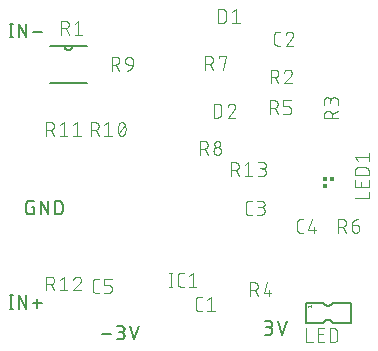
<source format=gbr>
G04 EAGLE Gerber RS-274X export*
G75*
%MOMM*%
%FSLAX34Y34*%
%LPD*%
%INSilkscreen Top*%
%IPPOS*%
%AMOC8*
5,1,8,0,0,1.08239X$1,22.5*%
G01*
%ADD10C,0.101600*%
%ADD11C,0.127000*%
%ADD12C,0.203200*%
%ADD13C,0.025400*%
%ADD14R,0.400000X0.400000*%
%ADD15C,0.152400*%


D10*
X176986Y37458D02*
X174389Y37458D01*
X174290Y37460D01*
X174190Y37466D01*
X174091Y37475D01*
X173993Y37488D01*
X173895Y37505D01*
X173797Y37526D01*
X173701Y37551D01*
X173606Y37579D01*
X173512Y37611D01*
X173419Y37646D01*
X173327Y37685D01*
X173237Y37728D01*
X173149Y37773D01*
X173062Y37823D01*
X172978Y37875D01*
X172895Y37931D01*
X172815Y37989D01*
X172737Y38051D01*
X172662Y38116D01*
X172589Y38184D01*
X172519Y38254D01*
X172451Y38327D01*
X172386Y38402D01*
X172324Y38480D01*
X172266Y38560D01*
X172210Y38643D01*
X172158Y38727D01*
X172108Y38814D01*
X172063Y38902D01*
X172020Y38992D01*
X171981Y39084D01*
X171946Y39177D01*
X171914Y39271D01*
X171886Y39366D01*
X171861Y39462D01*
X171840Y39560D01*
X171823Y39658D01*
X171810Y39756D01*
X171801Y39855D01*
X171795Y39955D01*
X171793Y40054D01*
X171793Y46546D01*
X171795Y46645D01*
X171801Y46745D01*
X171810Y46844D01*
X171823Y46942D01*
X171840Y47040D01*
X171861Y47138D01*
X171886Y47234D01*
X171914Y47329D01*
X171946Y47423D01*
X171981Y47516D01*
X172020Y47608D01*
X172063Y47698D01*
X172108Y47786D01*
X172158Y47873D01*
X172210Y47957D01*
X172266Y48040D01*
X172324Y48120D01*
X172386Y48198D01*
X172451Y48273D01*
X172519Y48346D01*
X172589Y48416D01*
X172662Y48484D01*
X172737Y48549D01*
X172815Y48611D01*
X172895Y48669D01*
X172978Y48725D01*
X173062Y48777D01*
X173149Y48827D01*
X173237Y48872D01*
X173327Y48915D01*
X173419Y48954D01*
X173511Y48989D01*
X173606Y49021D01*
X173701Y49049D01*
X173797Y49074D01*
X173895Y49095D01*
X173993Y49112D01*
X174091Y49125D01*
X174190Y49134D01*
X174290Y49140D01*
X174389Y49142D01*
X176986Y49142D01*
X181351Y46546D02*
X184596Y49142D01*
X184596Y37458D01*
X181351Y37458D02*
X187842Y37458D01*
X240989Y262158D02*
X243586Y262158D01*
X240989Y262158D02*
X240890Y262160D01*
X240790Y262166D01*
X240691Y262175D01*
X240593Y262188D01*
X240495Y262205D01*
X240397Y262226D01*
X240301Y262251D01*
X240206Y262279D01*
X240112Y262311D01*
X240019Y262346D01*
X239927Y262385D01*
X239837Y262428D01*
X239749Y262473D01*
X239662Y262523D01*
X239578Y262575D01*
X239495Y262631D01*
X239415Y262689D01*
X239337Y262751D01*
X239262Y262816D01*
X239189Y262884D01*
X239119Y262954D01*
X239051Y263027D01*
X238986Y263102D01*
X238924Y263180D01*
X238866Y263260D01*
X238810Y263343D01*
X238758Y263427D01*
X238708Y263514D01*
X238663Y263602D01*
X238620Y263692D01*
X238581Y263784D01*
X238546Y263877D01*
X238514Y263971D01*
X238486Y264066D01*
X238461Y264162D01*
X238440Y264260D01*
X238423Y264358D01*
X238410Y264456D01*
X238401Y264555D01*
X238395Y264655D01*
X238393Y264754D01*
X238393Y271246D01*
X238395Y271345D01*
X238401Y271445D01*
X238410Y271544D01*
X238423Y271642D01*
X238440Y271740D01*
X238461Y271838D01*
X238486Y271934D01*
X238514Y272029D01*
X238546Y272123D01*
X238581Y272216D01*
X238620Y272308D01*
X238663Y272398D01*
X238708Y272486D01*
X238758Y272573D01*
X238810Y272657D01*
X238866Y272740D01*
X238924Y272820D01*
X238986Y272898D01*
X239051Y272973D01*
X239119Y273046D01*
X239189Y273116D01*
X239262Y273184D01*
X239337Y273249D01*
X239415Y273311D01*
X239495Y273369D01*
X239578Y273425D01*
X239662Y273477D01*
X239749Y273527D01*
X239837Y273572D01*
X239927Y273615D01*
X240019Y273654D01*
X240111Y273689D01*
X240206Y273721D01*
X240301Y273749D01*
X240397Y273774D01*
X240495Y273795D01*
X240593Y273812D01*
X240691Y273825D01*
X240790Y273834D01*
X240890Y273840D01*
X240989Y273842D01*
X243586Y273842D01*
X251521Y273842D02*
X251628Y273840D01*
X251734Y273834D01*
X251840Y273824D01*
X251946Y273811D01*
X252052Y273793D01*
X252156Y273772D01*
X252260Y273747D01*
X252363Y273718D01*
X252464Y273686D01*
X252564Y273649D01*
X252663Y273609D01*
X252761Y273566D01*
X252857Y273519D01*
X252951Y273468D01*
X253043Y273414D01*
X253133Y273357D01*
X253221Y273297D01*
X253306Y273233D01*
X253389Y273166D01*
X253470Y273096D01*
X253548Y273024D01*
X253624Y272948D01*
X253696Y272870D01*
X253766Y272789D01*
X253833Y272706D01*
X253897Y272621D01*
X253957Y272533D01*
X254014Y272443D01*
X254068Y272351D01*
X254119Y272257D01*
X254166Y272161D01*
X254209Y272063D01*
X254249Y271964D01*
X254286Y271864D01*
X254318Y271763D01*
X254347Y271660D01*
X254372Y271556D01*
X254393Y271452D01*
X254411Y271346D01*
X254424Y271240D01*
X254434Y271134D01*
X254440Y271028D01*
X254442Y270921D01*
X251521Y273842D02*
X251400Y273840D01*
X251279Y273834D01*
X251159Y273824D01*
X251038Y273811D01*
X250919Y273793D01*
X250799Y273772D01*
X250681Y273747D01*
X250564Y273718D01*
X250447Y273685D01*
X250332Y273649D01*
X250218Y273608D01*
X250105Y273565D01*
X249993Y273517D01*
X249884Y273466D01*
X249776Y273411D01*
X249669Y273353D01*
X249565Y273292D01*
X249463Y273227D01*
X249363Y273159D01*
X249265Y273088D01*
X249169Y273014D01*
X249076Y272937D01*
X248986Y272856D01*
X248898Y272773D01*
X248813Y272687D01*
X248730Y272598D01*
X248651Y272507D01*
X248574Y272413D01*
X248501Y272317D01*
X248431Y272219D01*
X248364Y272118D01*
X248300Y272015D01*
X248240Y271910D01*
X248183Y271803D01*
X248129Y271695D01*
X248079Y271585D01*
X248033Y271473D01*
X247990Y271360D01*
X247951Y271245D01*
X253469Y268649D02*
X253548Y268726D01*
X253624Y268807D01*
X253697Y268890D01*
X253767Y268975D01*
X253834Y269063D01*
X253898Y269153D01*
X253958Y269245D01*
X254015Y269340D01*
X254069Y269436D01*
X254120Y269534D01*
X254167Y269634D01*
X254211Y269736D01*
X254251Y269839D01*
X254287Y269943D01*
X254319Y270049D01*
X254348Y270155D01*
X254373Y270263D01*
X254395Y270371D01*
X254412Y270481D01*
X254426Y270590D01*
X254435Y270700D01*
X254441Y270811D01*
X254443Y270921D01*
X253468Y268649D02*
X247951Y262158D01*
X254442Y262158D01*
X219351Y118858D02*
X216754Y118858D01*
X216655Y118860D01*
X216555Y118866D01*
X216456Y118875D01*
X216358Y118888D01*
X216260Y118905D01*
X216162Y118926D01*
X216066Y118951D01*
X215971Y118979D01*
X215877Y119011D01*
X215784Y119046D01*
X215692Y119085D01*
X215602Y119128D01*
X215514Y119173D01*
X215427Y119223D01*
X215343Y119275D01*
X215260Y119331D01*
X215180Y119389D01*
X215102Y119451D01*
X215027Y119516D01*
X214954Y119584D01*
X214884Y119654D01*
X214816Y119727D01*
X214751Y119802D01*
X214689Y119880D01*
X214631Y119960D01*
X214575Y120043D01*
X214523Y120127D01*
X214473Y120214D01*
X214428Y120302D01*
X214385Y120392D01*
X214346Y120484D01*
X214311Y120577D01*
X214279Y120671D01*
X214251Y120766D01*
X214226Y120862D01*
X214205Y120960D01*
X214188Y121058D01*
X214175Y121156D01*
X214166Y121255D01*
X214160Y121355D01*
X214158Y121454D01*
X214158Y127946D01*
X214160Y128045D01*
X214166Y128145D01*
X214175Y128244D01*
X214188Y128342D01*
X214205Y128440D01*
X214226Y128538D01*
X214251Y128634D01*
X214279Y128729D01*
X214311Y128823D01*
X214346Y128916D01*
X214385Y129008D01*
X214428Y129098D01*
X214473Y129186D01*
X214523Y129273D01*
X214575Y129357D01*
X214631Y129440D01*
X214689Y129520D01*
X214751Y129598D01*
X214816Y129673D01*
X214884Y129746D01*
X214954Y129816D01*
X215027Y129884D01*
X215102Y129949D01*
X215180Y130011D01*
X215260Y130069D01*
X215343Y130125D01*
X215427Y130177D01*
X215514Y130227D01*
X215602Y130272D01*
X215692Y130315D01*
X215784Y130354D01*
X215876Y130389D01*
X215971Y130421D01*
X216066Y130449D01*
X216162Y130474D01*
X216260Y130495D01*
X216358Y130512D01*
X216456Y130525D01*
X216555Y130534D01*
X216655Y130540D01*
X216754Y130542D01*
X219351Y130542D01*
X223716Y118858D02*
X226962Y118858D01*
X227075Y118860D01*
X227188Y118866D01*
X227301Y118876D01*
X227414Y118890D01*
X227526Y118907D01*
X227637Y118929D01*
X227747Y118954D01*
X227857Y118984D01*
X227965Y119017D01*
X228072Y119054D01*
X228178Y119094D01*
X228282Y119139D01*
X228385Y119187D01*
X228486Y119238D01*
X228585Y119293D01*
X228682Y119351D01*
X228777Y119413D01*
X228870Y119478D01*
X228960Y119546D01*
X229048Y119617D01*
X229134Y119692D01*
X229217Y119769D01*
X229297Y119849D01*
X229374Y119932D01*
X229449Y120018D01*
X229520Y120106D01*
X229588Y120196D01*
X229653Y120289D01*
X229715Y120384D01*
X229773Y120481D01*
X229828Y120580D01*
X229879Y120681D01*
X229927Y120784D01*
X229972Y120888D01*
X230012Y120994D01*
X230049Y121101D01*
X230082Y121209D01*
X230112Y121319D01*
X230137Y121429D01*
X230159Y121540D01*
X230176Y121652D01*
X230190Y121765D01*
X230200Y121878D01*
X230206Y121991D01*
X230208Y122104D01*
X230206Y122217D01*
X230200Y122330D01*
X230190Y122443D01*
X230176Y122556D01*
X230159Y122668D01*
X230137Y122779D01*
X230112Y122889D01*
X230082Y122999D01*
X230049Y123107D01*
X230012Y123214D01*
X229972Y123320D01*
X229927Y123424D01*
X229879Y123527D01*
X229828Y123628D01*
X229773Y123727D01*
X229715Y123824D01*
X229653Y123919D01*
X229588Y124012D01*
X229520Y124102D01*
X229449Y124190D01*
X229374Y124276D01*
X229297Y124359D01*
X229217Y124439D01*
X229134Y124516D01*
X229048Y124591D01*
X228960Y124662D01*
X228870Y124730D01*
X228777Y124795D01*
X228682Y124857D01*
X228585Y124915D01*
X228486Y124970D01*
X228385Y125021D01*
X228282Y125069D01*
X228178Y125114D01*
X228072Y125154D01*
X227965Y125191D01*
X227857Y125224D01*
X227747Y125254D01*
X227637Y125279D01*
X227526Y125301D01*
X227414Y125318D01*
X227301Y125332D01*
X227188Y125342D01*
X227075Y125348D01*
X226962Y125350D01*
X227611Y130542D02*
X223716Y130542D01*
X227611Y130542D02*
X227712Y130540D01*
X227812Y130534D01*
X227912Y130524D01*
X228012Y130511D01*
X228111Y130493D01*
X228210Y130472D01*
X228307Y130447D01*
X228404Y130418D01*
X228499Y130385D01*
X228593Y130349D01*
X228685Y130309D01*
X228776Y130266D01*
X228865Y130219D01*
X228952Y130169D01*
X229038Y130115D01*
X229121Y130058D01*
X229201Y129998D01*
X229280Y129935D01*
X229356Y129868D01*
X229429Y129799D01*
X229499Y129727D01*
X229567Y129653D01*
X229632Y129576D01*
X229693Y129496D01*
X229752Y129414D01*
X229807Y129330D01*
X229859Y129244D01*
X229908Y129156D01*
X229953Y129066D01*
X229995Y128974D01*
X230033Y128881D01*
X230067Y128786D01*
X230098Y128691D01*
X230125Y128594D01*
X230148Y128496D01*
X230168Y128397D01*
X230183Y128297D01*
X230195Y128197D01*
X230203Y128097D01*
X230207Y127996D01*
X230207Y127896D01*
X230203Y127795D01*
X230195Y127695D01*
X230183Y127595D01*
X230168Y127495D01*
X230148Y127396D01*
X230125Y127298D01*
X230098Y127201D01*
X230067Y127106D01*
X230033Y127011D01*
X229995Y126918D01*
X229953Y126826D01*
X229908Y126736D01*
X229859Y126648D01*
X229807Y126562D01*
X229752Y126478D01*
X229693Y126396D01*
X229632Y126316D01*
X229567Y126239D01*
X229499Y126165D01*
X229429Y126093D01*
X229356Y126024D01*
X229280Y125957D01*
X229201Y125894D01*
X229121Y125834D01*
X229038Y125777D01*
X228952Y125723D01*
X228865Y125673D01*
X228776Y125626D01*
X228685Y125583D01*
X228593Y125543D01*
X228499Y125507D01*
X228404Y125474D01*
X228307Y125445D01*
X228210Y125420D01*
X228111Y125399D01*
X228012Y125381D01*
X227912Y125368D01*
X227812Y125358D01*
X227712Y125352D01*
X227611Y125350D01*
X227611Y125349D02*
X225014Y125349D01*
X260389Y103458D02*
X262986Y103458D01*
X260389Y103458D02*
X260290Y103460D01*
X260190Y103466D01*
X260091Y103475D01*
X259993Y103488D01*
X259895Y103505D01*
X259797Y103526D01*
X259701Y103551D01*
X259606Y103579D01*
X259512Y103611D01*
X259419Y103646D01*
X259327Y103685D01*
X259237Y103728D01*
X259149Y103773D01*
X259062Y103823D01*
X258978Y103875D01*
X258895Y103931D01*
X258815Y103989D01*
X258737Y104051D01*
X258662Y104116D01*
X258589Y104184D01*
X258519Y104254D01*
X258451Y104327D01*
X258386Y104402D01*
X258324Y104480D01*
X258266Y104560D01*
X258210Y104643D01*
X258158Y104727D01*
X258108Y104814D01*
X258063Y104902D01*
X258020Y104992D01*
X257981Y105084D01*
X257946Y105177D01*
X257914Y105271D01*
X257886Y105366D01*
X257861Y105462D01*
X257840Y105560D01*
X257823Y105658D01*
X257810Y105756D01*
X257801Y105855D01*
X257795Y105955D01*
X257793Y106054D01*
X257793Y112546D01*
X257795Y112645D01*
X257801Y112745D01*
X257810Y112844D01*
X257823Y112942D01*
X257840Y113040D01*
X257861Y113138D01*
X257886Y113234D01*
X257914Y113329D01*
X257946Y113423D01*
X257981Y113516D01*
X258020Y113608D01*
X258063Y113698D01*
X258108Y113786D01*
X258158Y113873D01*
X258210Y113957D01*
X258266Y114040D01*
X258324Y114120D01*
X258386Y114198D01*
X258451Y114273D01*
X258519Y114346D01*
X258589Y114416D01*
X258662Y114484D01*
X258737Y114549D01*
X258815Y114611D01*
X258895Y114669D01*
X258978Y114725D01*
X259062Y114777D01*
X259149Y114827D01*
X259237Y114872D01*
X259327Y114915D01*
X259419Y114954D01*
X259511Y114989D01*
X259606Y115021D01*
X259701Y115049D01*
X259797Y115074D01*
X259895Y115095D01*
X259993Y115112D01*
X260091Y115125D01*
X260190Y115134D01*
X260290Y115140D01*
X260389Y115142D01*
X262986Y115142D01*
X269947Y115142D02*
X267351Y106054D01*
X273842Y106054D01*
X271895Y108651D02*
X271895Y103458D01*
X90051Y52758D02*
X87454Y52758D01*
X87355Y52760D01*
X87255Y52766D01*
X87156Y52775D01*
X87058Y52788D01*
X86960Y52805D01*
X86862Y52826D01*
X86766Y52851D01*
X86671Y52879D01*
X86577Y52911D01*
X86484Y52946D01*
X86392Y52985D01*
X86302Y53028D01*
X86214Y53073D01*
X86127Y53123D01*
X86043Y53175D01*
X85960Y53231D01*
X85880Y53289D01*
X85802Y53351D01*
X85727Y53416D01*
X85654Y53484D01*
X85584Y53554D01*
X85516Y53627D01*
X85451Y53702D01*
X85389Y53780D01*
X85331Y53860D01*
X85275Y53943D01*
X85223Y54027D01*
X85173Y54114D01*
X85128Y54202D01*
X85085Y54292D01*
X85046Y54384D01*
X85011Y54477D01*
X84979Y54571D01*
X84951Y54666D01*
X84926Y54762D01*
X84905Y54860D01*
X84888Y54958D01*
X84875Y55056D01*
X84866Y55155D01*
X84860Y55255D01*
X84858Y55354D01*
X84858Y61846D01*
X84860Y61945D01*
X84866Y62045D01*
X84875Y62144D01*
X84888Y62242D01*
X84905Y62340D01*
X84926Y62438D01*
X84951Y62534D01*
X84979Y62629D01*
X85011Y62723D01*
X85046Y62816D01*
X85085Y62908D01*
X85128Y62998D01*
X85173Y63086D01*
X85223Y63173D01*
X85275Y63257D01*
X85331Y63340D01*
X85389Y63420D01*
X85451Y63498D01*
X85516Y63573D01*
X85584Y63646D01*
X85654Y63716D01*
X85727Y63784D01*
X85802Y63849D01*
X85880Y63911D01*
X85960Y63969D01*
X86043Y64025D01*
X86127Y64077D01*
X86214Y64127D01*
X86302Y64172D01*
X86392Y64215D01*
X86484Y64254D01*
X86576Y64289D01*
X86671Y64321D01*
X86766Y64349D01*
X86862Y64374D01*
X86960Y64395D01*
X87058Y64412D01*
X87156Y64425D01*
X87255Y64434D01*
X87355Y64440D01*
X87454Y64442D01*
X90051Y64442D01*
X94416Y52758D02*
X98311Y52758D01*
X98410Y52760D01*
X98510Y52766D01*
X98609Y52775D01*
X98707Y52788D01*
X98805Y52805D01*
X98903Y52826D01*
X98999Y52851D01*
X99094Y52879D01*
X99188Y52911D01*
X99281Y52946D01*
X99373Y52985D01*
X99463Y53028D01*
X99551Y53073D01*
X99638Y53123D01*
X99722Y53175D01*
X99805Y53231D01*
X99885Y53289D01*
X99963Y53351D01*
X100038Y53416D01*
X100111Y53484D01*
X100181Y53554D01*
X100249Y53627D01*
X100314Y53702D01*
X100376Y53780D01*
X100434Y53860D01*
X100490Y53943D01*
X100542Y54027D01*
X100592Y54114D01*
X100637Y54202D01*
X100680Y54292D01*
X100719Y54384D01*
X100754Y54477D01*
X100786Y54571D01*
X100814Y54666D01*
X100839Y54762D01*
X100860Y54860D01*
X100877Y54958D01*
X100890Y55056D01*
X100899Y55155D01*
X100905Y55255D01*
X100907Y55354D01*
X100907Y56653D01*
X100905Y56752D01*
X100899Y56852D01*
X100890Y56951D01*
X100877Y57049D01*
X100860Y57147D01*
X100839Y57245D01*
X100814Y57341D01*
X100786Y57436D01*
X100754Y57530D01*
X100719Y57623D01*
X100680Y57715D01*
X100637Y57805D01*
X100592Y57893D01*
X100542Y57980D01*
X100490Y58064D01*
X100434Y58147D01*
X100376Y58227D01*
X100314Y58305D01*
X100249Y58380D01*
X100181Y58453D01*
X100111Y58523D01*
X100038Y58591D01*
X99963Y58656D01*
X99885Y58718D01*
X99805Y58776D01*
X99722Y58832D01*
X99638Y58884D01*
X99551Y58934D01*
X99463Y58979D01*
X99373Y59022D01*
X99281Y59061D01*
X99188Y59096D01*
X99094Y59128D01*
X98999Y59156D01*
X98903Y59181D01*
X98805Y59202D01*
X98707Y59219D01*
X98609Y59232D01*
X98510Y59241D01*
X98410Y59247D01*
X98311Y59249D01*
X94416Y59249D01*
X94416Y64442D01*
X100907Y64442D01*
X191090Y281208D02*
X191090Y292892D01*
X194335Y292892D01*
X194448Y292890D01*
X194561Y292884D01*
X194674Y292874D01*
X194787Y292860D01*
X194899Y292843D01*
X195010Y292821D01*
X195120Y292796D01*
X195230Y292766D01*
X195338Y292733D01*
X195445Y292696D01*
X195551Y292656D01*
X195655Y292611D01*
X195758Y292563D01*
X195859Y292512D01*
X195958Y292457D01*
X196055Y292399D01*
X196150Y292337D01*
X196243Y292272D01*
X196333Y292204D01*
X196421Y292133D01*
X196507Y292058D01*
X196590Y291981D01*
X196670Y291901D01*
X196747Y291818D01*
X196822Y291732D01*
X196893Y291644D01*
X196961Y291554D01*
X197026Y291461D01*
X197088Y291366D01*
X197146Y291269D01*
X197201Y291170D01*
X197252Y291069D01*
X197300Y290966D01*
X197345Y290862D01*
X197385Y290756D01*
X197422Y290649D01*
X197455Y290541D01*
X197485Y290431D01*
X197510Y290321D01*
X197532Y290210D01*
X197549Y290098D01*
X197563Y289985D01*
X197573Y289872D01*
X197579Y289759D01*
X197581Y289646D01*
X197581Y284454D01*
X197582Y284454D02*
X197580Y284341D01*
X197574Y284228D01*
X197564Y284115D01*
X197550Y284002D01*
X197533Y283890D01*
X197511Y283779D01*
X197486Y283669D01*
X197456Y283559D01*
X197423Y283451D01*
X197386Y283344D01*
X197346Y283238D01*
X197301Y283134D01*
X197253Y283031D01*
X197202Y282930D01*
X197147Y282831D01*
X197089Y282734D01*
X197027Y282639D01*
X196962Y282546D01*
X196894Y282456D01*
X196823Y282368D01*
X196748Y282282D01*
X196671Y282199D01*
X196591Y282119D01*
X196508Y282042D01*
X196422Y281967D01*
X196334Y281896D01*
X196244Y281828D01*
X196151Y281763D01*
X196056Y281701D01*
X195959Y281643D01*
X195860Y281588D01*
X195759Y281537D01*
X195656Y281489D01*
X195552Y281444D01*
X195446Y281404D01*
X195339Y281367D01*
X195231Y281334D01*
X195121Y281304D01*
X195011Y281279D01*
X194900Y281257D01*
X194788Y281240D01*
X194675Y281226D01*
X194562Y281216D01*
X194449Y281210D01*
X194336Y281208D01*
X194335Y281208D02*
X191090Y281208D01*
X202901Y290296D02*
X206146Y292892D01*
X206146Y281208D01*
X202901Y281208D02*
X209392Y281208D01*
X187108Y212892D02*
X187108Y201208D01*
X187108Y212892D02*
X190354Y212892D01*
X190467Y212890D01*
X190580Y212884D01*
X190693Y212874D01*
X190806Y212860D01*
X190918Y212843D01*
X191029Y212821D01*
X191139Y212796D01*
X191249Y212766D01*
X191357Y212733D01*
X191464Y212696D01*
X191570Y212656D01*
X191674Y212611D01*
X191777Y212563D01*
X191878Y212512D01*
X191977Y212457D01*
X192074Y212399D01*
X192169Y212337D01*
X192262Y212272D01*
X192352Y212204D01*
X192440Y212133D01*
X192526Y212058D01*
X192609Y211981D01*
X192689Y211901D01*
X192766Y211818D01*
X192841Y211732D01*
X192912Y211644D01*
X192980Y211554D01*
X193045Y211461D01*
X193107Y211366D01*
X193165Y211269D01*
X193220Y211170D01*
X193271Y211069D01*
X193319Y210966D01*
X193364Y210862D01*
X193404Y210756D01*
X193441Y210649D01*
X193474Y210541D01*
X193504Y210431D01*
X193529Y210321D01*
X193551Y210210D01*
X193568Y210098D01*
X193582Y209985D01*
X193592Y209872D01*
X193598Y209759D01*
X193600Y209646D01*
X193599Y209646D02*
X193599Y204454D01*
X193600Y204454D02*
X193598Y204341D01*
X193592Y204228D01*
X193582Y204115D01*
X193568Y204002D01*
X193551Y203890D01*
X193529Y203779D01*
X193504Y203669D01*
X193474Y203559D01*
X193441Y203451D01*
X193404Y203344D01*
X193364Y203238D01*
X193319Y203134D01*
X193271Y203031D01*
X193220Y202930D01*
X193165Y202831D01*
X193107Y202734D01*
X193045Y202639D01*
X192980Y202546D01*
X192912Y202456D01*
X192841Y202368D01*
X192766Y202282D01*
X192689Y202199D01*
X192609Y202119D01*
X192526Y202042D01*
X192440Y201967D01*
X192352Y201896D01*
X192262Y201828D01*
X192169Y201763D01*
X192074Y201701D01*
X191977Y201643D01*
X191878Y201588D01*
X191777Y201537D01*
X191674Y201489D01*
X191570Y201444D01*
X191464Y201404D01*
X191357Y201367D01*
X191249Y201334D01*
X191139Y201304D01*
X191029Y201279D01*
X190918Y201257D01*
X190806Y201240D01*
X190693Y201226D01*
X190580Y201216D01*
X190467Y201210D01*
X190354Y201208D01*
X187108Y201208D01*
X202489Y212892D02*
X202596Y212890D01*
X202702Y212884D01*
X202808Y212874D01*
X202914Y212861D01*
X203020Y212843D01*
X203124Y212822D01*
X203228Y212797D01*
X203331Y212768D01*
X203432Y212736D01*
X203532Y212699D01*
X203631Y212659D01*
X203729Y212616D01*
X203825Y212569D01*
X203919Y212518D01*
X204011Y212464D01*
X204101Y212407D01*
X204189Y212347D01*
X204274Y212283D01*
X204357Y212216D01*
X204438Y212146D01*
X204516Y212074D01*
X204592Y211998D01*
X204664Y211920D01*
X204734Y211839D01*
X204801Y211756D01*
X204865Y211671D01*
X204925Y211583D01*
X204982Y211493D01*
X205036Y211401D01*
X205087Y211307D01*
X205134Y211211D01*
X205177Y211113D01*
X205217Y211014D01*
X205254Y210914D01*
X205286Y210813D01*
X205315Y210710D01*
X205340Y210606D01*
X205361Y210502D01*
X205379Y210396D01*
X205392Y210290D01*
X205402Y210184D01*
X205408Y210078D01*
X205410Y209971D01*
X202489Y212892D02*
X202368Y212890D01*
X202247Y212884D01*
X202127Y212874D01*
X202006Y212861D01*
X201887Y212843D01*
X201767Y212822D01*
X201649Y212797D01*
X201532Y212768D01*
X201415Y212735D01*
X201300Y212699D01*
X201186Y212658D01*
X201073Y212615D01*
X200961Y212567D01*
X200852Y212516D01*
X200744Y212461D01*
X200637Y212403D01*
X200533Y212342D01*
X200431Y212277D01*
X200331Y212209D01*
X200233Y212138D01*
X200137Y212064D01*
X200044Y211987D01*
X199954Y211906D01*
X199866Y211823D01*
X199781Y211737D01*
X199698Y211648D01*
X199619Y211557D01*
X199542Y211463D01*
X199469Y211367D01*
X199399Y211269D01*
X199332Y211168D01*
X199268Y211065D01*
X199208Y210960D01*
X199151Y210853D01*
X199097Y210745D01*
X199047Y210635D01*
X199001Y210523D01*
X198958Y210410D01*
X198919Y210295D01*
X204437Y207699D02*
X204516Y207776D01*
X204592Y207857D01*
X204665Y207940D01*
X204735Y208025D01*
X204802Y208113D01*
X204866Y208203D01*
X204926Y208295D01*
X204983Y208390D01*
X205037Y208486D01*
X205088Y208584D01*
X205135Y208684D01*
X205179Y208786D01*
X205219Y208889D01*
X205255Y208993D01*
X205287Y209099D01*
X205316Y209205D01*
X205341Y209313D01*
X205363Y209421D01*
X205380Y209531D01*
X205394Y209640D01*
X205403Y209750D01*
X205409Y209861D01*
X205411Y209971D01*
X204436Y207699D02*
X198919Y201208D01*
X205410Y201208D01*
D11*
X34825Y125685D02*
X32920Y125685D01*
X34825Y125685D02*
X34825Y119335D01*
X31015Y119335D01*
X30915Y119337D01*
X30816Y119343D01*
X30716Y119353D01*
X30618Y119366D01*
X30519Y119384D01*
X30422Y119405D01*
X30326Y119430D01*
X30230Y119459D01*
X30136Y119492D01*
X30043Y119528D01*
X29952Y119568D01*
X29862Y119612D01*
X29774Y119659D01*
X29688Y119709D01*
X29604Y119763D01*
X29522Y119820D01*
X29443Y119880D01*
X29365Y119944D01*
X29291Y120010D01*
X29219Y120079D01*
X29150Y120151D01*
X29084Y120225D01*
X29020Y120303D01*
X28960Y120382D01*
X28903Y120464D01*
X28849Y120548D01*
X28799Y120634D01*
X28752Y120722D01*
X28708Y120812D01*
X28668Y120903D01*
X28632Y120996D01*
X28599Y121090D01*
X28570Y121186D01*
X28545Y121282D01*
X28524Y121379D01*
X28506Y121478D01*
X28493Y121576D01*
X28483Y121676D01*
X28477Y121775D01*
X28475Y121875D01*
X28475Y128225D01*
X28477Y128325D01*
X28483Y128424D01*
X28493Y128524D01*
X28506Y128622D01*
X28524Y128721D01*
X28545Y128818D01*
X28570Y128914D01*
X28599Y129010D01*
X28632Y129104D01*
X28668Y129197D01*
X28708Y129288D01*
X28752Y129378D01*
X28799Y129466D01*
X28849Y129552D01*
X28903Y129636D01*
X28960Y129718D01*
X29020Y129797D01*
X29084Y129875D01*
X29150Y129949D01*
X29219Y130021D01*
X29291Y130090D01*
X29365Y130156D01*
X29443Y130220D01*
X29522Y130280D01*
X29604Y130337D01*
X29688Y130391D01*
X29774Y130441D01*
X29862Y130488D01*
X29952Y130532D01*
X30043Y130572D01*
X30136Y130608D01*
X30230Y130641D01*
X30326Y130670D01*
X30422Y130695D01*
X30519Y130716D01*
X30618Y130734D01*
X30716Y130747D01*
X30816Y130757D01*
X30915Y130763D01*
X31015Y130765D01*
X34825Y130765D01*
X40667Y130765D02*
X40667Y119335D01*
X47017Y119335D02*
X40667Y130765D01*
X47017Y130765D02*
X47017Y119335D01*
X52859Y119335D02*
X52859Y130765D01*
X56034Y130765D01*
X56145Y130763D01*
X56255Y130757D01*
X56366Y130748D01*
X56476Y130734D01*
X56585Y130717D01*
X56694Y130696D01*
X56802Y130671D01*
X56909Y130642D01*
X57015Y130610D01*
X57120Y130574D01*
X57223Y130534D01*
X57325Y130491D01*
X57426Y130444D01*
X57525Y130393D01*
X57622Y130340D01*
X57716Y130283D01*
X57809Y130222D01*
X57900Y130159D01*
X57989Y130092D01*
X58075Y130022D01*
X58158Y129949D01*
X58240Y129874D01*
X58318Y129796D01*
X58393Y129714D01*
X58466Y129631D01*
X58536Y129545D01*
X58603Y129456D01*
X58666Y129365D01*
X58727Y129272D01*
X58784Y129178D01*
X58837Y129081D01*
X58888Y128982D01*
X58935Y128881D01*
X58978Y128779D01*
X59018Y128676D01*
X59054Y128571D01*
X59086Y128465D01*
X59115Y128358D01*
X59140Y128250D01*
X59161Y128141D01*
X59178Y128032D01*
X59192Y127922D01*
X59201Y127811D01*
X59207Y127701D01*
X59209Y127590D01*
X59209Y122510D01*
X59207Y122399D01*
X59201Y122289D01*
X59192Y122178D01*
X59178Y122068D01*
X59161Y121959D01*
X59140Y121850D01*
X59115Y121742D01*
X59086Y121635D01*
X59054Y121529D01*
X59018Y121424D01*
X58978Y121321D01*
X58935Y121219D01*
X58888Y121118D01*
X58837Y121019D01*
X58784Y120922D01*
X58727Y120828D01*
X58666Y120735D01*
X58603Y120644D01*
X58536Y120555D01*
X58466Y120469D01*
X58393Y120386D01*
X58318Y120304D01*
X58240Y120226D01*
X58158Y120151D01*
X58075Y120078D01*
X57989Y120008D01*
X57900Y119941D01*
X57809Y119878D01*
X57716Y119817D01*
X57621Y119760D01*
X57525Y119707D01*
X57426Y119656D01*
X57325Y119609D01*
X57223Y119566D01*
X57120Y119526D01*
X57015Y119490D01*
X56909Y119458D01*
X56802Y119429D01*
X56694Y119404D01*
X56585Y119383D01*
X56476Y119366D01*
X56366Y119352D01*
X56255Y119343D01*
X56145Y119337D01*
X56034Y119335D01*
X52859Y119335D01*
D10*
X150627Y69772D02*
X150627Y58088D01*
X149329Y58088D02*
X151926Y58088D01*
X151926Y69772D02*
X149329Y69772D01*
X159089Y58088D02*
X161686Y58088D01*
X159089Y58088D02*
X158990Y58090D01*
X158890Y58096D01*
X158791Y58105D01*
X158693Y58118D01*
X158595Y58135D01*
X158497Y58156D01*
X158401Y58181D01*
X158306Y58209D01*
X158212Y58241D01*
X158119Y58276D01*
X158027Y58315D01*
X157937Y58358D01*
X157849Y58403D01*
X157762Y58453D01*
X157678Y58505D01*
X157595Y58561D01*
X157515Y58619D01*
X157437Y58681D01*
X157362Y58746D01*
X157289Y58814D01*
X157219Y58884D01*
X157151Y58957D01*
X157086Y59032D01*
X157024Y59110D01*
X156966Y59190D01*
X156910Y59273D01*
X156858Y59357D01*
X156808Y59444D01*
X156763Y59532D01*
X156720Y59622D01*
X156681Y59714D01*
X156646Y59807D01*
X156614Y59901D01*
X156586Y59996D01*
X156561Y60092D01*
X156540Y60190D01*
X156523Y60288D01*
X156510Y60386D01*
X156501Y60485D01*
X156495Y60585D01*
X156493Y60684D01*
X156493Y67176D01*
X156495Y67275D01*
X156501Y67375D01*
X156510Y67474D01*
X156523Y67572D01*
X156540Y67670D01*
X156561Y67768D01*
X156586Y67864D01*
X156614Y67959D01*
X156646Y68053D01*
X156681Y68146D01*
X156720Y68238D01*
X156763Y68328D01*
X156808Y68416D01*
X156858Y68503D01*
X156910Y68587D01*
X156966Y68670D01*
X157024Y68750D01*
X157086Y68828D01*
X157151Y68903D01*
X157219Y68976D01*
X157289Y69046D01*
X157362Y69114D01*
X157437Y69179D01*
X157515Y69241D01*
X157595Y69299D01*
X157678Y69355D01*
X157762Y69407D01*
X157849Y69457D01*
X157937Y69502D01*
X158027Y69545D01*
X158119Y69584D01*
X158211Y69619D01*
X158306Y69651D01*
X158401Y69679D01*
X158497Y69704D01*
X158595Y69725D01*
X158693Y69742D01*
X158791Y69755D01*
X158890Y69764D01*
X158990Y69770D01*
X159089Y69772D01*
X161686Y69772D01*
X166051Y67176D02*
X169296Y69772D01*
X169296Y58088D01*
X166051Y58088D02*
X172542Y58088D01*
D11*
X15745Y50765D02*
X15745Y39335D01*
X14475Y39335D02*
X17015Y39335D01*
X17015Y50765D02*
X14475Y50765D01*
X22095Y50765D02*
X22095Y39335D01*
X28445Y39335D02*
X22095Y50765D01*
X28445Y50765D02*
X28445Y39335D01*
X34033Y43780D02*
X41653Y43780D01*
X37843Y39970D02*
X37843Y47590D01*
X15745Y269335D02*
X15745Y280765D01*
X14475Y269335D02*
X17015Y269335D01*
X17015Y280765D02*
X14475Y280765D01*
X22095Y280765D02*
X22095Y269335D01*
X28445Y269335D02*
X22095Y280765D01*
X28445Y280765D02*
X28445Y269335D01*
X34033Y273780D02*
X41653Y273780D01*
D12*
X265000Y44500D02*
X265000Y27500D01*
X280000Y27500D01*
X288000Y27500D02*
X303000Y27500D01*
X303000Y44500D01*
X288000Y44500D01*
X280000Y44500D02*
X265000Y44500D01*
X280000Y44500D02*
X280058Y44382D01*
X280120Y44266D01*
X280185Y44152D01*
X280253Y44040D01*
X280325Y43930D01*
X280400Y43822D01*
X280478Y43716D01*
X280559Y43613D01*
X280643Y43512D01*
X280730Y43414D01*
X280820Y43318D01*
X280913Y43225D01*
X281009Y43135D01*
X281107Y43048D01*
X281208Y42963D01*
X281311Y42882D01*
X281416Y42804D01*
X281524Y42729D01*
X281634Y42657D01*
X281746Y42588D01*
X281860Y42523D01*
X281976Y42462D01*
X282094Y42403D01*
X282213Y42348D01*
X282334Y42297D01*
X282457Y42250D01*
X282580Y42206D01*
X282706Y42165D01*
X282832Y42129D01*
X282959Y42096D01*
X283087Y42067D01*
X283216Y42042D01*
X283346Y42021D01*
X283476Y42003D01*
X283606Y41990D01*
X283737Y41980D01*
X283869Y41974D01*
X284000Y41972D01*
X284131Y41974D01*
X284263Y41980D01*
X284394Y41990D01*
X284524Y42003D01*
X284654Y42021D01*
X284784Y42042D01*
X284913Y42067D01*
X285041Y42096D01*
X285168Y42129D01*
X285294Y42165D01*
X285420Y42206D01*
X285543Y42250D01*
X285666Y42297D01*
X285787Y42348D01*
X285906Y42403D01*
X286024Y42462D01*
X286140Y42523D01*
X286254Y42588D01*
X286366Y42657D01*
X286476Y42729D01*
X286584Y42804D01*
X286689Y42882D01*
X286792Y42963D01*
X286893Y43048D01*
X286991Y43135D01*
X287087Y43225D01*
X287180Y43318D01*
X287270Y43414D01*
X287357Y43512D01*
X287441Y43613D01*
X287522Y43716D01*
X287600Y43822D01*
X287675Y43930D01*
X287747Y44040D01*
X287815Y44152D01*
X287880Y44266D01*
X287942Y44382D01*
X288000Y44500D01*
X288000Y27500D02*
X287942Y27618D01*
X287880Y27734D01*
X287815Y27848D01*
X287747Y27960D01*
X287675Y28070D01*
X287600Y28178D01*
X287522Y28284D01*
X287441Y28387D01*
X287357Y28488D01*
X287270Y28586D01*
X287180Y28682D01*
X287087Y28775D01*
X286991Y28865D01*
X286893Y28952D01*
X286792Y29037D01*
X286689Y29118D01*
X286584Y29196D01*
X286476Y29271D01*
X286366Y29343D01*
X286254Y29412D01*
X286140Y29477D01*
X286024Y29538D01*
X285906Y29597D01*
X285787Y29652D01*
X285666Y29703D01*
X285543Y29750D01*
X285420Y29794D01*
X285294Y29835D01*
X285168Y29871D01*
X285041Y29904D01*
X284913Y29933D01*
X284784Y29958D01*
X284654Y29979D01*
X284524Y29997D01*
X284394Y30010D01*
X284263Y30020D01*
X284131Y30026D01*
X284000Y30028D01*
X283869Y30026D01*
X283737Y30020D01*
X283606Y30010D01*
X283476Y29997D01*
X283346Y29979D01*
X283216Y29958D01*
X283087Y29933D01*
X282959Y29904D01*
X282832Y29871D01*
X282706Y29835D01*
X282580Y29794D01*
X282457Y29750D01*
X282334Y29703D01*
X282213Y29652D01*
X282094Y29597D01*
X281976Y29538D01*
X281860Y29477D01*
X281746Y29412D01*
X281634Y29343D01*
X281524Y29271D01*
X281416Y29196D01*
X281311Y29118D01*
X281208Y29037D01*
X281107Y28952D01*
X281009Y28865D01*
X280913Y28775D01*
X280820Y28682D01*
X280730Y28586D01*
X280643Y28488D01*
X280559Y28387D01*
X280478Y28284D01*
X280400Y28178D01*
X280325Y28070D01*
X280253Y27960D01*
X280185Y27848D01*
X280120Y27734D01*
X280058Y27618D01*
X280000Y27500D01*
D13*
X267248Y40821D02*
X266627Y41597D01*
X269421Y41597D01*
X269421Y40821D02*
X269421Y42373D01*
D10*
X265608Y22792D02*
X265608Y11108D01*
X270801Y11108D01*
X275514Y11108D02*
X280707Y11108D01*
X275514Y11108D02*
X275514Y22792D01*
X280707Y22792D01*
X279409Y17599D02*
X275514Y17599D01*
X285397Y22792D02*
X285397Y11108D01*
X285397Y22792D02*
X288643Y22792D01*
X288756Y22790D01*
X288869Y22784D01*
X288982Y22774D01*
X289095Y22760D01*
X289207Y22743D01*
X289318Y22721D01*
X289428Y22696D01*
X289538Y22666D01*
X289646Y22633D01*
X289753Y22596D01*
X289859Y22556D01*
X289963Y22511D01*
X290066Y22463D01*
X290167Y22412D01*
X290266Y22357D01*
X290363Y22299D01*
X290458Y22237D01*
X290551Y22172D01*
X290641Y22104D01*
X290729Y22033D01*
X290815Y21958D01*
X290898Y21881D01*
X290978Y21801D01*
X291055Y21718D01*
X291130Y21632D01*
X291201Y21544D01*
X291269Y21454D01*
X291334Y21361D01*
X291396Y21266D01*
X291454Y21169D01*
X291509Y21070D01*
X291560Y20969D01*
X291608Y20866D01*
X291653Y20762D01*
X291693Y20656D01*
X291730Y20549D01*
X291763Y20441D01*
X291793Y20331D01*
X291818Y20221D01*
X291840Y20110D01*
X291857Y19998D01*
X291871Y19885D01*
X291881Y19772D01*
X291887Y19659D01*
X291889Y19546D01*
X291889Y14354D01*
X291887Y14241D01*
X291881Y14128D01*
X291871Y14015D01*
X291857Y13902D01*
X291840Y13790D01*
X291818Y13679D01*
X291793Y13569D01*
X291763Y13459D01*
X291730Y13351D01*
X291693Y13244D01*
X291653Y13138D01*
X291608Y13034D01*
X291560Y12931D01*
X291509Y12830D01*
X291454Y12731D01*
X291396Y12634D01*
X291334Y12539D01*
X291269Y12446D01*
X291201Y12356D01*
X291130Y12268D01*
X291055Y12182D01*
X290978Y12099D01*
X290898Y12019D01*
X290815Y11942D01*
X290729Y11867D01*
X290641Y11796D01*
X290551Y11728D01*
X290458Y11663D01*
X290363Y11601D01*
X290266Y11543D01*
X290167Y11488D01*
X290066Y11437D01*
X289963Y11389D01*
X289859Y11344D01*
X289753Y11304D01*
X289646Y11267D01*
X289538Y11234D01*
X289428Y11204D01*
X289318Y11179D01*
X289207Y11157D01*
X289095Y11140D01*
X288982Y11126D01*
X288869Y11116D01*
X288756Y11110D01*
X288643Y11108D01*
X285397Y11108D01*
D14*
X281000Y143000D03*
X281000Y149000D03*
X287000Y149000D03*
D10*
X306608Y132801D02*
X318292Y132801D01*
X318292Y137993D01*
X318292Y142707D02*
X318292Y147899D01*
X318292Y142707D02*
X306608Y142707D01*
X306608Y147899D01*
X311801Y146601D02*
X311801Y142707D01*
X306608Y152590D02*
X318292Y152590D01*
X306608Y152590D02*
X306608Y155835D01*
X306610Y155948D01*
X306616Y156061D01*
X306626Y156174D01*
X306640Y156287D01*
X306657Y156399D01*
X306679Y156510D01*
X306704Y156620D01*
X306734Y156730D01*
X306767Y156838D01*
X306804Y156945D01*
X306844Y157051D01*
X306889Y157155D01*
X306937Y157258D01*
X306988Y157359D01*
X307043Y157458D01*
X307101Y157555D01*
X307163Y157650D01*
X307228Y157743D01*
X307296Y157833D01*
X307367Y157921D01*
X307442Y158007D01*
X307519Y158090D01*
X307599Y158170D01*
X307682Y158247D01*
X307768Y158322D01*
X307856Y158393D01*
X307946Y158461D01*
X308039Y158526D01*
X308134Y158588D01*
X308231Y158646D01*
X308330Y158701D01*
X308431Y158752D01*
X308534Y158800D01*
X308638Y158845D01*
X308744Y158885D01*
X308851Y158922D01*
X308959Y158955D01*
X309069Y158985D01*
X309179Y159010D01*
X309290Y159032D01*
X309402Y159049D01*
X309515Y159063D01*
X309628Y159073D01*
X309741Y159079D01*
X309854Y159081D01*
X315046Y159081D01*
X315046Y159082D02*
X315159Y159080D01*
X315272Y159074D01*
X315385Y159064D01*
X315498Y159050D01*
X315610Y159033D01*
X315721Y159011D01*
X315831Y158986D01*
X315941Y158956D01*
X316049Y158923D01*
X316156Y158886D01*
X316262Y158846D01*
X316366Y158801D01*
X316469Y158753D01*
X316570Y158702D01*
X316669Y158647D01*
X316766Y158589D01*
X316861Y158527D01*
X316954Y158462D01*
X317044Y158394D01*
X317132Y158323D01*
X317218Y158248D01*
X317301Y158171D01*
X317381Y158091D01*
X317458Y158008D01*
X317533Y157922D01*
X317604Y157834D01*
X317672Y157744D01*
X317737Y157651D01*
X317799Y157556D01*
X317857Y157459D01*
X317912Y157360D01*
X317963Y157259D01*
X318011Y157156D01*
X318056Y157052D01*
X318096Y156946D01*
X318133Y156839D01*
X318166Y156731D01*
X318196Y156621D01*
X318221Y156511D01*
X318243Y156400D01*
X318260Y156288D01*
X318274Y156175D01*
X318284Y156062D01*
X318290Y155949D01*
X318292Y155836D01*
X318292Y155835D02*
X318292Y152590D01*
X309204Y164401D02*
X306608Y167646D01*
X318292Y167646D01*
X318292Y164401D02*
X318292Y170892D01*
D15*
X79494Y230506D02*
X48506Y230506D01*
X67048Y261494D02*
X79494Y261494D01*
X67048Y261494D02*
X60952Y261494D01*
X48506Y261494D01*
X60952Y261494D02*
X60954Y261385D01*
X60960Y261277D01*
X60969Y261168D01*
X60983Y261060D01*
X61000Y260953D01*
X61022Y260846D01*
X61047Y260740D01*
X61075Y260635D01*
X61108Y260531D01*
X61144Y260429D01*
X61184Y260328D01*
X61227Y260228D01*
X61274Y260130D01*
X61325Y260033D01*
X61379Y259939D01*
X61436Y259846D01*
X61496Y259756D01*
X61560Y259667D01*
X61627Y259581D01*
X61696Y259498D01*
X61769Y259417D01*
X61845Y259339D01*
X61923Y259263D01*
X62004Y259190D01*
X62087Y259121D01*
X62173Y259054D01*
X62262Y258990D01*
X62352Y258930D01*
X62445Y258873D01*
X62539Y258819D01*
X62636Y258768D01*
X62734Y258721D01*
X62834Y258678D01*
X62935Y258638D01*
X63037Y258602D01*
X63141Y258569D01*
X63246Y258541D01*
X63352Y258516D01*
X63459Y258494D01*
X63566Y258477D01*
X63674Y258463D01*
X63783Y258454D01*
X63891Y258448D01*
X64000Y258446D01*
X64109Y258448D01*
X64217Y258454D01*
X64326Y258463D01*
X64434Y258477D01*
X64541Y258494D01*
X64648Y258516D01*
X64754Y258541D01*
X64859Y258569D01*
X64963Y258602D01*
X65065Y258638D01*
X65166Y258678D01*
X65266Y258721D01*
X65364Y258768D01*
X65461Y258819D01*
X65555Y258873D01*
X65648Y258930D01*
X65738Y258990D01*
X65827Y259054D01*
X65913Y259121D01*
X65996Y259190D01*
X66077Y259263D01*
X66155Y259339D01*
X66231Y259417D01*
X66304Y259498D01*
X66373Y259581D01*
X66440Y259667D01*
X66504Y259756D01*
X66564Y259846D01*
X66621Y259939D01*
X66675Y260033D01*
X66726Y260130D01*
X66773Y260228D01*
X66816Y260328D01*
X66856Y260429D01*
X66892Y260531D01*
X66925Y260635D01*
X66953Y260740D01*
X66978Y260846D01*
X67000Y260953D01*
X67017Y261060D01*
X67031Y261168D01*
X67040Y261277D01*
X67046Y261385D01*
X67048Y261494D01*
D10*
X83265Y197242D02*
X83265Y185558D01*
X83265Y197242D02*
X86510Y197242D01*
X86623Y197240D01*
X86736Y197234D01*
X86849Y197224D01*
X86962Y197210D01*
X87074Y197193D01*
X87185Y197171D01*
X87295Y197146D01*
X87405Y197116D01*
X87513Y197083D01*
X87620Y197046D01*
X87726Y197006D01*
X87830Y196961D01*
X87933Y196913D01*
X88034Y196862D01*
X88133Y196807D01*
X88230Y196749D01*
X88325Y196687D01*
X88418Y196622D01*
X88508Y196554D01*
X88596Y196483D01*
X88682Y196408D01*
X88765Y196331D01*
X88845Y196251D01*
X88922Y196168D01*
X88997Y196082D01*
X89068Y195994D01*
X89136Y195904D01*
X89201Y195811D01*
X89263Y195716D01*
X89321Y195619D01*
X89376Y195520D01*
X89427Y195419D01*
X89475Y195316D01*
X89520Y195212D01*
X89560Y195106D01*
X89597Y194999D01*
X89630Y194891D01*
X89660Y194781D01*
X89685Y194671D01*
X89707Y194560D01*
X89724Y194448D01*
X89738Y194335D01*
X89748Y194222D01*
X89754Y194109D01*
X89756Y193996D01*
X89754Y193883D01*
X89748Y193770D01*
X89738Y193657D01*
X89724Y193544D01*
X89707Y193432D01*
X89685Y193321D01*
X89660Y193211D01*
X89630Y193101D01*
X89597Y192993D01*
X89560Y192886D01*
X89520Y192780D01*
X89475Y192676D01*
X89427Y192573D01*
X89376Y192472D01*
X89321Y192373D01*
X89263Y192276D01*
X89201Y192181D01*
X89136Y192088D01*
X89068Y191998D01*
X88997Y191910D01*
X88922Y191824D01*
X88845Y191741D01*
X88765Y191661D01*
X88682Y191584D01*
X88596Y191509D01*
X88508Y191438D01*
X88418Y191370D01*
X88325Y191305D01*
X88230Y191243D01*
X88133Y191185D01*
X88034Y191130D01*
X87933Y191079D01*
X87830Y191031D01*
X87726Y190986D01*
X87620Y190946D01*
X87513Y190909D01*
X87405Y190876D01*
X87295Y190846D01*
X87185Y190821D01*
X87074Y190799D01*
X86962Y190782D01*
X86849Y190768D01*
X86736Y190758D01*
X86623Y190752D01*
X86510Y190750D01*
X86510Y190751D02*
X83265Y190751D01*
X87159Y190751D02*
X89756Y185558D01*
X94621Y194646D02*
X97866Y197242D01*
X97866Y185558D01*
X94621Y185558D02*
X101112Y185558D01*
X106051Y191400D02*
X106054Y191630D01*
X106062Y191860D01*
X106076Y192089D01*
X106095Y192318D01*
X106120Y192547D01*
X106150Y192774D01*
X106185Y193002D01*
X106226Y193228D01*
X106272Y193453D01*
X106324Y193677D01*
X106381Y193899D01*
X106443Y194121D01*
X106511Y194340D01*
X106584Y194558D01*
X106662Y194775D01*
X106745Y194989D01*
X106833Y195201D01*
X106926Y195411D01*
X107025Y195619D01*
X107024Y195619D02*
X107057Y195709D01*
X107093Y195798D01*
X107133Y195886D01*
X107177Y195971D01*
X107224Y196055D01*
X107274Y196137D01*
X107328Y196217D01*
X107384Y196294D01*
X107444Y196370D01*
X107507Y196443D01*
X107572Y196513D01*
X107641Y196581D01*
X107712Y196645D01*
X107785Y196707D01*
X107861Y196766D01*
X107939Y196822D01*
X108020Y196875D01*
X108102Y196924D01*
X108186Y196970D01*
X108273Y197013D01*
X108360Y197052D01*
X108450Y197088D01*
X108540Y197120D01*
X108632Y197148D01*
X108725Y197173D01*
X108819Y197194D01*
X108913Y197211D01*
X109008Y197225D01*
X109104Y197234D01*
X109200Y197240D01*
X109296Y197242D01*
X109392Y197240D01*
X109488Y197234D01*
X109584Y197225D01*
X109679Y197211D01*
X109773Y197194D01*
X109867Y197173D01*
X109960Y197148D01*
X110052Y197120D01*
X110142Y197088D01*
X110232Y197052D01*
X110319Y197013D01*
X110406Y196970D01*
X110490Y196924D01*
X110572Y196875D01*
X110653Y196822D01*
X110731Y196766D01*
X110807Y196707D01*
X110880Y196645D01*
X110951Y196581D01*
X111020Y196513D01*
X111085Y196443D01*
X111148Y196370D01*
X111208Y196294D01*
X111264Y196217D01*
X111318Y196137D01*
X111368Y196055D01*
X111415Y195971D01*
X111459Y195886D01*
X111499Y195798D01*
X111535Y195709D01*
X111568Y195619D01*
X111569Y195619D02*
X111668Y195412D01*
X111761Y195202D01*
X111849Y194989D01*
X111932Y194775D01*
X112010Y194559D01*
X112083Y194341D01*
X112151Y194121D01*
X112213Y193900D01*
X112270Y193677D01*
X112322Y193453D01*
X112368Y193228D01*
X112409Y193002D01*
X112444Y192775D01*
X112474Y192547D01*
X112499Y192318D01*
X112518Y192089D01*
X112532Y191860D01*
X112540Y191630D01*
X112543Y191400D01*
X106051Y191400D02*
X106054Y191170D01*
X106062Y190940D01*
X106076Y190711D01*
X106095Y190482D01*
X106120Y190253D01*
X106150Y190025D01*
X106185Y189798D01*
X106226Y189572D01*
X106272Y189347D01*
X106324Y189123D01*
X106381Y188900D01*
X106443Y188679D01*
X106511Y188459D01*
X106584Y188241D01*
X106662Y188025D01*
X106745Y187811D01*
X106833Y187599D01*
X106926Y187388D01*
X107025Y187181D01*
X107024Y187181D02*
X107057Y187091D01*
X107093Y187002D01*
X107134Y186914D01*
X107177Y186829D01*
X107224Y186745D01*
X107274Y186663D01*
X107328Y186583D01*
X107384Y186506D01*
X107444Y186430D01*
X107507Y186357D01*
X107572Y186287D01*
X107641Y186219D01*
X107712Y186155D01*
X107785Y186093D01*
X107861Y186034D01*
X107939Y185978D01*
X108020Y185925D01*
X108102Y185876D01*
X108186Y185830D01*
X108273Y185787D01*
X108360Y185748D01*
X108450Y185712D01*
X108540Y185680D01*
X108632Y185652D01*
X108725Y185627D01*
X108819Y185606D01*
X108913Y185589D01*
X109008Y185575D01*
X109104Y185566D01*
X109200Y185560D01*
X109296Y185558D01*
X111568Y187181D02*
X111667Y187388D01*
X111760Y187599D01*
X111848Y187811D01*
X111931Y188025D01*
X112009Y188241D01*
X112082Y188459D01*
X112150Y188679D01*
X112212Y188900D01*
X112269Y189123D01*
X112321Y189347D01*
X112367Y189572D01*
X112408Y189798D01*
X112443Y190025D01*
X112473Y190253D01*
X112498Y190482D01*
X112517Y190711D01*
X112531Y190940D01*
X112539Y191170D01*
X112542Y191400D01*
X111568Y187181D02*
X111535Y187091D01*
X111499Y187002D01*
X111459Y186914D01*
X111415Y186829D01*
X111368Y186745D01*
X111318Y186663D01*
X111264Y186583D01*
X111208Y186506D01*
X111148Y186430D01*
X111085Y186357D01*
X111020Y186287D01*
X110951Y186219D01*
X110880Y186155D01*
X110807Y186093D01*
X110731Y186034D01*
X110653Y185978D01*
X110572Y185925D01*
X110490Y185876D01*
X110406Y185830D01*
X110319Y185787D01*
X110232Y185748D01*
X110142Y185712D01*
X110052Y185680D01*
X109960Y185652D01*
X109867Y185627D01*
X109773Y185606D01*
X109679Y185589D01*
X109584Y185575D01*
X109488Y185566D01*
X109392Y185560D01*
X109296Y185558D01*
X106700Y188154D02*
X111893Y194646D01*
X45458Y197242D02*
X45458Y185558D01*
X45458Y197242D02*
X48704Y197242D01*
X48817Y197240D01*
X48930Y197234D01*
X49043Y197224D01*
X49156Y197210D01*
X49268Y197193D01*
X49379Y197171D01*
X49489Y197146D01*
X49599Y197116D01*
X49707Y197083D01*
X49814Y197046D01*
X49920Y197006D01*
X50024Y196961D01*
X50127Y196913D01*
X50228Y196862D01*
X50327Y196807D01*
X50424Y196749D01*
X50519Y196687D01*
X50612Y196622D01*
X50702Y196554D01*
X50790Y196483D01*
X50876Y196408D01*
X50959Y196331D01*
X51039Y196251D01*
X51116Y196168D01*
X51191Y196082D01*
X51262Y195994D01*
X51330Y195904D01*
X51395Y195811D01*
X51457Y195716D01*
X51515Y195619D01*
X51570Y195520D01*
X51621Y195419D01*
X51669Y195316D01*
X51714Y195212D01*
X51754Y195106D01*
X51791Y194999D01*
X51824Y194891D01*
X51854Y194781D01*
X51879Y194671D01*
X51901Y194560D01*
X51918Y194448D01*
X51932Y194335D01*
X51942Y194222D01*
X51948Y194109D01*
X51950Y193996D01*
X51948Y193883D01*
X51942Y193770D01*
X51932Y193657D01*
X51918Y193544D01*
X51901Y193432D01*
X51879Y193321D01*
X51854Y193211D01*
X51824Y193101D01*
X51791Y192993D01*
X51754Y192886D01*
X51714Y192780D01*
X51669Y192676D01*
X51621Y192573D01*
X51570Y192472D01*
X51515Y192373D01*
X51457Y192276D01*
X51395Y192181D01*
X51330Y192088D01*
X51262Y191998D01*
X51191Y191910D01*
X51116Y191824D01*
X51039Y191741D01*
X50959Y191661D01*
X50876Y191584D01*
X50790Y191509D01*
X50702Y191438D01*
X50612Y191370D01*
X50519Y191305D01*
X50424Y191243D01*
X50327Y191185D01*
X50228Y191130D01*
X50127Y191079D01*
X50024Y191031D01*
X49920Y190986D01*
X49814Y190946D01*
X49707Y190909D01*
X49599Y190876D01*
X49489Y190846D01*
X49379Y190821D01*
X49268Y190799D01*
X49156Y190782D01*
X49043Y190768D01*
X48930Y190758D01*
X48817Y190752D01*
X48704Y190750D01*
X48704Y190751D02*
X45458Y190751D01*
X49353Y190751D02*
X51949Y185558D01*
X56814Y194646D02*
X60060Y197242D01*
X60060Y185558D01*
X63305Y185558D02*
X56814Y185558D01*
X68244Y194646D02*
X71490Y197242D01*
X71490Y185558D01*
X74735Y185558D02*
X68244Y185558D01*
X45458Y66442D02*
X45458Y54758D01*
X45458Y66442D02*
X48704Y66442D01*
X48817Y66440D01*
X48930Y66434D01*
X49043Y66424D01*
X49156Y66410D01*
X49268Y66393D01*
X49379Y66371D01*
X49489Y66346D01*
X49599Y66316D01*
X49707Y66283D01*
X49814Y66246D01*
X49920Y66206D01*
X50024Y66161D01*
X50127Y66113D01*
X50228Y66062D01*
X50327Y66007D01*
X50424Y65949D01*
X50519Y65887D01*
X50612Y65822D01*
X50702Y65754D01*
X50790Y65683D01*
X50876Y65608D01*
X50959Y65531D01*
X51039Y65451D01*
X51116Y65368D01*
X51191Y65282D01*
X51262Y65194D01*
X51330Y65104D01*
X51395Y65011D01*
X51457Y64916D01*
X51515Y64819D01*
X51570Y64720D01*
X51621Y64619D01*
X51669Y64516D01*
X51714Y64412D01*
X51754Y64306D01*
X51791Y64199D01*
X51824Y64091D01*
X51854Y63981D01*
X51879Y63871D01*
X51901Y63760D01*
X51918Y63648D01*
X51932Y63535D01*
X51942Y63422D01*
X51948Y63309D01*
X51950Y63196D01*
X51948Y63083D01*
X51942Y62970D01*
X51932Y62857D01*
X51918Y62744D01*
X51901Y62632D01*
X51879Y62521D01*
X51854Y62411D01*
X51824Y62301D01*
X51791Y62193D01*
X51754Y62086D01*
X51714Y61980D01*
X51669Y61876D01*
X51621Y61773D01*
X51570Y61672D01*
X51515Y61573D01*
X51457Y61476D01*
X51395Y61381D01*
X51330Y61288D01*
X51262Y61198D01*
X51191Y61110D01*
X51116Y61024D01*
X51039Y60941D01*
X50959Y60861D01*
X50876Y60784D01*
X50790Y60709D01*
X50702Y60638D01*
X50612Y60570D01*
X50519Y60505D01*
X50424Y60443D01*
X50327Y60385D01*
X50228Y60330D01*
X50127Y60279D01*
X50024Y60231D01*
X49920Y60186D01*
X49814Y60146D01*
X49707Y60109D01*
X49599Y60076D01*
X49489Y60046D01*
X49379Y60021D01*
X49268Y59999D01*
X49156Y59982D01*
X49043Y59968D01*
X48930Y59958D01*
X48817Y59952D01*
X48704Y59950D01*
X48704Y59951D02*
X45458Y59951D01*
X49353Y59951D02*
X51949Y54758D01*
X56814Y63846D02*
X60060Y66442D01*
X60060Y54758D01*
X63305Y54758D02*
X56814Y54758D01*
X71814Y66442D02*
X71921Y66440D01*
X72027Y66434D01*
X72133Y66424D01*
X72239Y66411D01*
X72345Y66393D01*
X72449Y66372D01*
X72553Y66347D01*
X72656Y66318D01*
X72757Y66286D01*
X72857Y66249D01*
X72956Y66209D01*
X73054Y66166D01*
X73150Y66119D01*
X73244Y66068D01*
X73336Y66014D01*
X73426Y65957D01*
X73514Y65897D01*
X73599Y65833D01*
X73682Y65766D01*
X73763Y65696D01*
X73841Y65624D01*
X73917Y65548D01*
X73989Y65470D01*
X74059Y65389D01*
X74126Y65306D01*
X74190Y65221D01*
X74250Y65133D01*
X74307Y65043D01*
X74361Y64951D01*
X74412Y64857D01*
X74459Y64761D01*
X74502Y64663D01*
X74542Y64564D01*
X74579Y64464D01*
X74611Y64363D01*
X74640Y64260D01*
X74665Y64156D01*
X74686Y64052D01*
X74704Y63946D01*
X74717Y63840D01*
X74727Y63734D01*
X74733Y63628D01*
X74735Y63521D01*
X71814Y66442D02*
X71693Y66440D01*
X71572Y66434D01*
X71452Y66424D01*
X71331Y66411D01*
X71212Y66393D01*
X71092Y66372D01*
X70974Y66347D01*
X70857Y66318D01*
X70740Y66285D01*
X70625Y66249D01*
X70511Y66208D01*
X70398Y66165D01*
X70286Y66117D01*
X70177Y66066D01*
X70069Y66011D01*
X69962Y65953D01*
X69858Y65892D01*
X69756Y65827D01*
X69656Y65759D01*
X69558Y65688D01*
X69462Y65614D01*
X69369Y65537D01*
X69279Y65456D01*
X69191Y65373D01*
X69106Y65287D01*
X69023Y65198D01*
X68944Y65107D01*
X68867Y65013D01*
X68794Y64917D01*
X68724Y64819D01*
X68657Y64718D01*
X68593Y64615D01*
X68533Y64510D01*
X68476Y64403D01*
X68422Y64295D01*
X68372Y64185D01*
X68326Y64073D01*
X68283Y63960D01*
X68244Y63845D01*
X73762Y61249D02*
X73841Y61326D01*
X73917Y61407D01*
X73990Y61490D01*
X74060Y61575D01*
X74127Y61663D01*
X74191Y61753D01*
X74251Y61845D01*
X74308Y61940D01*
X74362Y62036D01*
X74413Y62134D01*
X74460Y62234D01*
X74504Y62336D01*
X74544Y62439D01*
X74580Y62543D01*
X74612Y62649D01*
X74641Y62755D01*
X74666Y62863D01*
X74688Y62971D01*
X74705Y63081D01*
X74719Y63190D01*
X74728Y63300D01*
X74734Y63411D01*
X74736Y63521D01*
X73762Y61249D02*
X68244Y54758D01*
X74735Y54758D01*
X201965Y151558D02*
X201965Y163242D01*
X205210Y163242D01*
X205323Y163240D01*
X205436Y163234D01*
X205549Y163224D01*
X205662Y163210D01*
X205774Y163193D01*
X205885Y163171D01*
X205995Y163146D01*
X206105Y163116D01*
X206213Y163083D01*
X206320Y163046D01*
X206426Y163006D01*
X206530Y162961D01*
X206633Y162913D01*
X206734Y162862D01*
X206833Y162807D01*
X206930Y162749D01*
X207025Y162687D01*
X207118Y162622D01*
X207208Y162554D01*
X207296Y162483D01*
X207382Y162408D01*
X207465Y162331D01*
X207545Y162251D01*
X207622Y162168D01*
X207697Y162082D01*
X207768Y161994D01*
X207836Y161904D01*
X207901Y161811D01*
X207963Y161716D01*
X208021Y161619D01*
X208076Y161520D01*
X208127Y161419D01*
X208175Y161316D01*
X208220Y161212D01*
X208260Y161106D01*
X208297Y160999D01*
X208330Y160891D01*
X208360Y160781D01*
X208385Y160671D01*
X208407Y160560D01*
X208424Y160448D01*
X208438Y160335D01*
X208448Y160222D01*
X208454Y160109D01*
X208456Y159996D01*
X208454Y159883D01*
X208448Y159770D01*
X208438Y159657D01*
X208424Y159544D01*
X208407Y159432D01*
X208385Y159321D01*
X208360Y159211D01*
X208330Y159101D01*
X208297Y158993D01*
X208260Y158886D01*
X208220Y158780D01*
X208175Y158676D01*
X208127Y158573D01*
X208076Y158472D01*
X208021Y158373D01*
X207963Y158276D01*
X207901Y158181D01*
X207836Y158088D01*
X207768Y157998D01*
X207697Y157910D01*
X207622Y157824D01*
X207545Y157741D01*
X207465Y157661D01*
X207382Y157584D01*
X207296Y157509D01*
X207208Y157438D01*
X207118Y157370D01*
X207025Y157305D01*
X206930Y157243D01*
X206833Y157185D01*
X206734Y157130D01*
X206633Y157079D01*
X206530Y157031D01*
X206426Y156986D01*
X206320Y156946D01*
X206213Y156909D01*
X206105Y156876D01*
X205995Y156846D01*
X205885Y156821D01*
X205774Y156799D01*
X205662Y156782D01*
X205549Y156768D01*
X205436Y156758D01*
X205323Y156752D01*
X205210Y156750D01*
X205210Y156751D02*
X201965Y156751D01*
X205859Y156751D02*
X208456Y151558D01*
X213321Y160646D02*
X216566Y163242D01*
X216566Y151558D01*
X213321Y151558D02*
X219812Y151558D01*
X224751Y151558D02*
X227996Y151558D01*
X228109Y151560D01*
X228222Y151566D01*
X228335Y151576D01*
X228448Y151590D01*
X228560Y151607D01*
X228671Y151629D01*
X228781Y151654D01*
X228891Y151684D01*
X228999Y151717D01*
X229106Y151754D01*
X229212Y151794D01*
X229316Y151839D01*
X229419Y151887D01*
X229520Y151938D01*
X229619Y151993D01*
X229716Y152051D01*
X229811Y152113D01*
X229904Y152178D01*
X229994Y152246D01*
X230082Y152317D01*
X230168Y152392D01*
X230251Y152469D01*
X230331Y152549D01*
X230408Y152632D01*
X230483Y152718D01*
X230554Y152806D01*
X230622Y152896D01*
X230687Y152989D01*
X230749Y153084D01*
X230807Y153181D01*
X230862Y153280D01*
X230913Y153381D01*
X230961Y153484D01*
X231006Y153588D01*
X231046Y153694D01*
X231083Y153801D01*
X231116Y153909D01*
X231146Y154019D01*
X231171Y154129D01*
X231193Y154240D01*
X231210Y154352D01*
X231224Y154465D01*
X231234Y154578D01*
X231240Y154691D01*
X231242Y154804D01*
X231240Y154917D01*
X231234Y155030D01*
X231224Y155143D01*
X231210Y155256D01*
X231193Y155368D01*
X231171Y155479D01*
X231146Y155589D01*
X231116Y155699D01*
X231083Y155807D01*
X231046Y155914D01*
X231006Y156020D01*
X230961Y156124D01*
X230913Y156227D01*
X230862Y156328D01*
X230807Y156427D01*
X230749Y156524D01*
X230687Y156619D01*
X230622Y156712D01*
X230554Y156802D01*
X230483Y156890D01*
X230408Y156976D01*
X230331Y157059D01*
X230251Y157139D01*
X230168Y157216D01*
X230082Y157291D01*
X229994Y157362D01*
X229904Y157430D01*
X229811Y157495D01*
X229716Y157557D01*
X229619Y157615D01*
X229520Y157670D01*
X229419Y157721D01*
X229316Y157769D01*
X229212Y157814D01*
X229106Y157854D01*
X228999Y157891D01*
X228891Y157924D01*
X228781Y157954D01*
X228671Y157979D01*
X228560Y158001D01*
X228448Y158018D01*
X228335Y158032D01*
X228222Y158042D01*
X228109Y158048D01*
X227996Y158050D01*
X228646Y163242D02*
X224751Y163242D01*
X228646Y163242D02*
X228747Y163240D01*
X228847Y163234D01*
X228947Y163224D01*
X229047Y163211D01*
X229146Y163193D01*
X229245Y163172D01*
X229342Y163147D01*
X229439Y163118D01*
X229534Y163085D01*
X229628Y163049D01*
X229720Y163009D01*
X229811Y162966D01*
X229900Y162919D01*
X229987Y162869D01*
X230073Y162815D01*
X230156Y162758D01*
X230236Y162698D01*
X230315Y162635D01*
X230391Y162568D01*
X230464Y162499D01*
X230534Y162427D01*
X230602Y162353D01*
X230667Y162276D01*
X230728Y162196D01*
X230787Y162114D01*
X230842Y162030D01*
X230894Y161944D01*
X230943Y161856D01*
X230988Y161766D01*
X231030Y161674D01*
X231068Y161581D01*
X231102Y161486D01*
X231133Y161391D01*
X231160Y161294D01*
X231183Y161196D01*
X231203Y161097D01*
X231218Y160997D01*
X231230Y160897D01*
X231238Y160797D01*
X231242Y160696D01*
X231242Y160596D01*
X231238Y160495D01*
X231230Y160395D01*
X231218Y160295D01*
X231203Y160195D01*
X231183Y160096D01*
X231160Y159998D01*
X231133Y159901D01*
X231102Y159806D01*
X231068Y159711D01*
X231030Y159618D01*
X230988Y159526D01*
X230943Y159436D01*
X230894Y159348D01*
X230842Y159262D01*
X230787Y159178D01*
X230728Y159096D01*
X230667Y159016D01*
X230602Y158939D01*
X230534Y158865D01*
X230464Y158793D01*
X230391Y158724D01*
X230315Y158657D01*
X230236Y158594D01*
X230156Y158534D01*
X230073Y158477D01*
X229987Y158423D01*
X229900Y158373D01*
X229811Y158326D01*
X229720Y158283D01*
X229628Y158243D01*
X229534Y158207D01*
X229439Y158174D01*
X229342Y158145D01*
X229245Y158120D01*
X229146Y158099D01*
X229047Y158081D01*
X228947Y158068D01*
X228847Y158058D01*
X228747Y158052D01*
X228646Y158050D01*
X228646Y158049D02*
X226049Y158049D01*
X235295Y230158D02*
X235295Y241842D01*
X238540Y241842D01*
X238653Y241840D01*
X238766Y241834D01*
X238879Y241824D01*
X238992Y241810D01*
X239104Y241793D01*
X239215Y241771D01*
X239325Y241746D01*
X239435Y241716D01*
X239543Y241683D01*
X239650Y241646D01*
X239756Y241606D01*
X239860Y241561D01*
X239963Y241513D01*
X240064Y241462D01*
X240163Y241407D01*
X240260Y241349D01*
X240355Y241287D01*
X240448Y241222D01*
X240538Y241154D01*
X240626Y241083D01*
X240712Y241008D01*
X240795Y240931D01*
X240875Y240851D01*
X240952Y240768D01*
X241027Y240682D01*
X241098Y240594D01*
X241166Y240504D01*
X241231Y240411D01*
X241293Y240316D01*
X241351Y240219D01*
X241406Y240120D01*
X241457Y240019D01*
X241505Y239916D01*
X241550Y239812D01*
X241590Y239706D01*
X241627Y239599D01*
X241660Y239491D01*
X241690Y239381D01*
X241715Y239271D01*
X241737Y239160D01*
X241754Y239048D01*
X241768Y238935D01*
X241778Y238822D01*
X241784Y238709D01*
X241786Y238596D01*
X241784Y238483D01*
X241778Y238370D01*
X241768Y238257D01*
X241754Y238144D01*
X241737Y238032D01*
X241715Y237921D01*
X241690Y237811D01*
X241660Y237701D01*
X241627Y237593D01*
X241590Y237486D01*
X241550Y237380D01*
X241505Y237276D01*
X241457Y237173D01*
X241406Y237072D01*
X241351Y236973D01*
X241293Y236876D01*
X241231Y236781D01*
X241166Y236688D01*
X241098Y236598D01*
X241027Y236510D01*
X240952Y236424D01*
X240875Y236341D01*
X240795Y236261D01*
X240712Y236184D01*
X240626Y236109D01*
X240538Y236038D01*
X240448Y235970D01*
X240355Y235905D01*
X240260Y235843D01*
X240163Y235785D01*
X240064Y235730D01*
X239963Y235679D01*
X239860Y235631D01*
X239756Y235586D01*
X239650Y235546D01*
X239543Y235509D01*
X239435Y235476D01*
X239325Y235446D01*
X239215Y235421D01*
X239104Y235399D01*
X238992Y235382D01*
X238879Y235368D01*
X238766Y235358D01*
X238653Y235352D01*
X238540Y235350D01*
X238540Y235351D02*
X235295Y235351D01*
X239189Y235351D02*
X241786Y230158D01*
X253142Y238921D02*
X253140Y239028D01*
X253134Y239134D01*
X253124Y239240D01*
X253111Y239346D01*
X253093Y239452D01*
X253072Y239556D01*
X253047Y239660D01*
X253018Y239763D01*
X252986Y239864D01*
X252949Y239964D01*
X252909Y240063D01*
X252866Y240161D01*
X252819Y240257D01*
X252768Y240351D01*
X252714Y240443D01*
X252657Y240533D01*
X252597Y240621D01*
X252533Y240706D01*
X252466Y240789D01*
X252396Y240870D01*
X252324Y240948D01*
X252248Y241024D01*
X252170Y241096D01*
X252089Y241166D01*
X252006Y241233D01*
X251921Y241297D01*
X251833Y241357D01*
X251743Y241414D01*
X251651Y241468D01*
X251557Y241519D01*
X251461Y241566D01*
X251363Y241609D01*
X251264Y241649D01*
X251164Y241686D01*
X251063Y241718D01*
X250960Y241747D01*
X250856Y241772D01*
X250752Y241793D01*
X250646Y241811D01*
X250540Y241824D01*
X250434Y241834D01*
X250328Y241840D01*
X250221Y241842D01*
X250100Y241840D01*
X249979Y241834D01*
X249859Y241824D01*
X249738Y241811D01*
X249619Y241793D01*
X249499Y241772D01*
X249381Y241747D01*
X249264Y241718D01*
X249147Y241685D01*
X249032Y241649D01*
X248918Y241608D01*
X248805Y241565D01*
X248693Y241517D01*
X248584Y241466D01*
X248476Y241411D01*
X248369Y241353D01*
X248265Y241292D01*
X248163Y241227D01*
X248063Y241159D01*
X247965Y241088D01*
X247869Y241014D01*
X247776Y240937D01*
X247686Y240856D01*
X247598Y240773D01*
X247513Y240687D01*
X247430Y240598D01*
X247351Y240507D01*
X247274Y240413D01*
X247201Y240317D01*
X247131Y240219D01*
X247064Y240118D01*
X247000Y240015D01*
X246940Y239910D01*
X246883Y239803D01*
X246829Y239695D01*
X246779Y239585D01*
X246733Y239473D01*
X246690Y239360D01*
X246651Y239245D01*
X252169Y236649D02*
X252248Y236726D01*
X252324Y236807D01*
X252397Y236890D01*
X252467Y236975D01*
X252534Y237063D01*
X252598Y237153D01*
X252658Y237245D01*
X252715Y237340D01*
X252769Y237436D01*
X252820Y237534D01*
X252867Y237634D01*
X252911Y237736D01*
X252951Y237839D01*
X252987Y237943D01*
X253019Y238049D01*
X253048Y238155D01*
X253073Y238263D01*
X253095Y238371D01*
X253112Y238481D01*
X253126Y238590D01*
X253135Y238700D01*
X253141Y238811D01*
X253143Y238921D01*
X252168Y236649D02*
X246651Y230158D01*
X253142Y230158D01*
X280658Y200495D02*
X292342Y200495D01*
X280658Y200495D02*
X280658Y203740D01*
X280660Y203853D01*
X280666Y203966D01*
X280676Y204079D01*
X280690Y204192D01*
X280707Y204304D01*
X280729Y204415D01*
X280754Y204525D01*
X280784Y204635D01*
X280817Y204743D01*
X280854Y204850D01*
X280894Y204956D01*
X280939Y205060D01*
X280987Y205163D01*
X281038Y205264D01*
X281093Y205363D01*
X281151Y205460D01*
X281213Y205555D01*
X281278Y205648D01*
X281346Y205738D01*
X281417Y205826D01*
X281492Y205912D01*
X281569Y205995D01*
X281649Y206075D01*
X281732Y206152D01*
X281818Y206227D01*
X281906Y206298D01*
X281996Y206366D01*
X282089Y206431D01*
X282184Y206493D01*
X282281Y206551D01*
X282380Y206606D01*
X282481Y206657D01*
X282584Y206705D01*
X282688Y206750D01*
X282794Y206790D01*
X282901Y206827D01*
X283009Y206860D01*
X283119Y206890D01*
X283229Y206915D01*
X283340Y206937D01*
X283452Y206954D01*
X283565Y206968D01*
X283678Y206978D01*
X283791Y206984D01*
X283904Y206986D01*
X284017Y206984D01*
X284130Y206978D01*
X284243Y206968D01*
X284356Y206954D01*
X284468Y206937D01*
X284579Y206915D01*
X284689Y206890D01*
X284799Y206860D01*
X284907Y206827D01*
X285014Y206790D01*
X285120Y206750D01*
X285224Y206705D01*
X285327Y206657D01*
X285428Y206606D01*
X285527Y206551D01*
X285624Y206493D01*
X285719Y206431D01*
X285812Y206366D01*
X285902Y206298D01*
X285990Y206227D01*
X286076Y206152D01*
X286159Y206075D01*
X286239Y205995D01*
X286316Y205912D01*
X286391Y205826D01*
X286462Y205738D01*
X286530Y205648D01*
X286595Y205555D01*
X286657Y205460D01*
X286715Y205363D01*
X286770Y205264D01*
X286821Y205163D01*
X286869Y205060D01*
X286914Y204956D01*
X286954Y204850D01*
X286991Y204743D01*
X287024Y204635D01*
X287054Y204525D01*
X287079Y204415D01*
X287101Y204304D01*
X287118Y204192D01*
X287132Y204079D01*
X287142Y203966D01*
X287148Y203853D01*
X287150Y203740D01*
X287149Y203740D02*
X287149Y200495D01*
X287149Y204389D02*
X292342Y206986D01*
X292342Y211851D02*
X292342Y215096D01*
X292340Y215209D01*
X292334Y215322D01*
X292324Y215435D01*
X292310Y215548D01*
X292293Y215660D01*
X292271Y215771D01*
X292246Y215881D01*
X292216Y215991D01*
X292183Y216099D01*
X292146Y216206D01*
X292106Y216312D01*
X292061Y216416D01*
X292013Y216519D01*
X291962Y216620D01*
X291907Y216719D01*
X291849Y216816D01*
X291787Y216911D01*
X291722Y217004D01*
X291654Y217094D01*
X291583Y217182D01*
X291508Y217268D01*
X291431Y217351D01*
X291351Y217431D01*
X291268Y217508D01*
X291182Y217583D01*
X291094Y217654D01*
X291004Y217722D01*
X290911Y217787D01*
X290816Y217849D01*
X290719Y217907D01*
X290620Y217962D01*
X290519Y218013D01*
X290416Y218061D01*
X290312Y218106D01*
X290206Y218146D01*
X290099Y218183D01*
X289991Y218216D01*
X289881Y218246D01*
X289771Y218271D01*
X289660Y218293D01*
X289548Y218310D01*
X289435Y218324D01*
X289322Y218334D01*
X289209Y218340D01*
X289096Y218342D01*
X288983Y218340D01*
X288870Y218334D01*
X288757Y218324D01*
X288644Y218310D01*
X288532Y218293D01*
X288421Y218271D01*
X288311Y218246D01*
X288201Y218216D01*
X288093Y218183D01*
X287986Y218146D01*
X287880Y218106D01*
X287776Y218061D01*
X287673Y218013D01*
X287572Y217962D01*
X287473Y217907D01*
X287376Y217849D01*
X287281Y217787D01*
X287188Y217722D01*
X287098Y217654D01*
X287010Y217583D01*
X286924Y217508D01*
X286841Y217431D01*
X286761Y217351D01*
X286684Y217268D01*
X286609Y217182D01*
X286538Y217094D01*
X286470Y217004D01*
X286405Y216911D01*
X286343Y216816D01*
X286285Y216719D01*
X286230Y216620D01*
X286179Y216519D01*
X286131Y216416D01*
X286086Y216312D01*
X286046Y216206D01*
X286009Y216099D01*
X285976Y215991D01*
X285946Y215881D01*
X285921Y215771D01*
X285899Y215660D01*
X285882Y215548D01*
X285868Y215435D01*
X285858Y215322D01*
X285852Y215209D01*
X285850Y215096D01*
X280658Y215746D02*
X280658Y211851D01*
X280658Y215746D02*
X280660Y215847D01*
X280666Y215947D01*
X280676Y216047D01*
X280689Y216147D01*
X280707Y216246D01*
X280728Y216345D01*
X280753Y216442D01*
X280782Y216539D01*
X280815Y216634D01*
X280851Y216728D01*
X280891Y216820D01*
X280934Y216911D01*
X280981Y217000D01*
X281031Y217087D01*
X281085Y217173D01*
X281142Y217256D01*
X281202Y217336D01*
X281265Y217415D01*
X281332Y217491D01*
X281401Y217564D01*
X281473Y217634D01*
X281547Y217702D01*
X281624Y217767D01*
X281704Y217828D01*
X281786Y217887D01*
X281870Y217942D01*
X281956Y217994D01*
X282044Y218043D01*
X282134Y218088D01*
X282226Y218130D01*
X282319Y218168D01*
X282414Y218202D01*
X282509Y218233D01*
X282606Y218260D01*
X282704Y218283D01*
X282803Y218303D01*
X282903Y218318D01*
X283003Y218330D01*
X283103Y218338D01*
X283204Y218342D01*
X283304Y218342D01*
X283405Y218338D01*
X283505Y218330D01*
X283605Y218318D01*
X283705Y218303D01*
X283804Y218283D01*
X283902Y218260D01*
X283999Y218233D01*
X284094Y218202D01*
X284189Y218168D01*
X284282Y218130D01*
X284374Y218088D01*
X284464Y218043D01*
X284552Y217994D01*
X284638Y217942D01*
X284722Y217887D01*
X284804Y217828D01*
X284884Y217767D01*
X284961Y217702D01*
X285035Y217634D01*
X285107Y217564D01*
X285176Y217491D01*
X285243Y217415D01*
X285306Y217336D01*
X285366Y217256D01*
X285423Y217173D01*
X285477Y217087D01*
X285527Y217000D01*
X285574Y216911D01*
X285617Y216820D01*
X285657Y216728D01*
X285693Y216634D01*
X285726Y216539D01*
X285755Y216442D01*
X285780Y216345D01*
X285801Y216246D01*
X285819Y216147D01*
X285832Y216047D01*
X285842Y215947D01*
X285848Y215847D01*
X285850Y215746D01*
X285851Y215746D02*
X285851Y213149D01*
X217995Y61742D02*
X217995Y50058D01*
X217995Y61742D02*
X221240Y61742D01*
X221353Y61740D01*
X221466Y61734D01*
X221579Y61724D01*
X221692Y61710D01*
X221804Y61693D01*
X221915Y61671D01*
X222025Y61646D01*
X222135Y61616D01*
X222243Y61583D01*
X222350Y61546D01*
X222456Y61506D01*
X222560Y61461D01*
X222663Y61413D01*
X222764Y61362D01*
X222863Y61307D01*
X222960Y61249D01*
X223055Y61187D01*
X223148Y61122D01*
X223238Y61054D01*
X223326Y60983D01*
X223412Y60908D01*
X223495Y60831D01*
X223575Y60751D01*
X223652Y60668D01*
X223727Y60582D01*
X223798Y60494D01*
X223866Y60404D01*
X223931Y60311D01*
X223993Y60216D01*
X224051Y60119D01*
X224106Y60020D01*
X224157Y59919D01*
X224205Y59816D01*
X224250Y59712D01*
X224290Y59606D01*
X224327Y59499D01*
X224360Y59391D01*
X224390Y59281D01*
X224415Y59171D01*
X224437Y59060D01*
X224454Y58948D01*
X224468Y58835D01*
X224478Y58722D01*
X224484Y58609D01*
X224486Y58496D01*
X224484Y58383D01*
X224478Y58270D01*
X224468Y58157D01*
X224454Y58044D01*
X224437Y57932D01*
X224415Y57821D01*
X224390Y57711D01*
X224360Y57601D01*
X224327Y57493D01*
X224290Y57386D01*
X224250Y57280D01*
X224205Y57176D01*
X224157Y57073D01*
X224106Y56972D01*
X224051Y56873D01*
X223993Y56776D01*
X223931Y56681D01*
X223866Y56588D01*
X223798Y56498D01*
X223727Y56410D01*
X223652Y56324D01*
X223575Y56241D01*
X223495Y56161D01*
X223412Y56084D01*
X223326Y56009D01*
X223238Y55938D01*
X223148Y55870D01*
X223055Y55805D01*
X222960Y55743D01*
X222863Y55685D01*
X222764Y55630D01*
X222663Y55579D01*
X222560Y55531D01*
X222456Y55486D01*
X222350Y55446D01*
X222243Y55409D01*
X222135Y55376D01*
X222025Y55346D01*
X221915Y55321D01*
X221804Y55299D01*
X221692Y55282D01*
X221579Y55268D01*
X221466Y55258D01*
X221353Y55252D01*
X221240Y55250D01*
X221240Y55251D02*
X217995Y55251D01*
X221889Y55251D02*
X224486Y50058D01*
X229351Y52654D02*
X231947Y61742D01*
X229351Y52654D02*
X235842Y52654D01*
X233895Y55251D02*
X233895Y50058D01*
X234758Y204158D02*
X234758Y215842D01*
X238004Y215842D01*
X238117Y215840D01*
X238230Y215834D01*
X238343Y215824D01*
X238456Y215810D01*
X238568Y215793D01*
X238679Y215771D01*
X238789Y215746D01*
X238899Y215716D01*
X239007Y215683D01*
X239114Y215646D01*
X239220Y215606D01*
X239324Y215561D01*
X239427Y215513D01*
X239528Y215462D01*
X239627Y215407D01*
X239724Y215349D01*
X239819Y215287D01*
X239912Y215222D01*
X240002Y215154D01*
X240090Y215083D01*
X240176Y215008D01*
X240259Y214931D01*
X240339Y214851D01*
X240416Y214768D01*
X240491Y214682D01*
X240562Y214594D01*
X240630Y214504D01*
X240695Y214411D01*
X240757Y214316D01*
X240815Y214219D01*
X240870Y214120D01*
X240921Y214019D01*
X240969Y213916D01*
X241014Y213812D01*
X241054Y213706D01*
X241091Y213599D01*
X241124Y213491D01*
X241154Y213381D01*
X241179Y213271D01*
X241201Y213160D01*
X241218Y213048D01*
X241232Y212935D01*
X241242Y212822D01*
X241248Y212709D01*
X241250Y212596D01*
X241248Y212483D01*
X241242Y212370D01*
X241232Y212257D01*
X241218Y212144D01*
X241201Y212032D01*
X241179Y211921D01*
X241154Y211811D01*
X241124Y211701D01*
X241091Y211593D01*
X241054Y211486D01*
X241014Y211380D01*
X240969Y211276D01*
X240921Y211173D01*
X240870Y211072D01*
X240815Y210973D01*
X240757Y210876D01*
X240695Y210781D01*
X240630Y210688D01*
X240562Y210598D01*
X240491Y210510D01*
X240416Y210424D01*
X240339Y210341D01*
X240259Y210261D01*
X240176Y210184D01*
X240090Y210109D01*
X240002Y210038D01*
X239912Y209970D01*
X239819Y209905D01*
X239724Y209843D01*
X239627Y209785D01*
X239528Y209730D01*
X239427Y209679D01*
X239324Y209631D01*
X239220Y209586D01*
X239114Y209546D01*
X239007Y209509D01*
X238899Y209476D01*
X238789Y209446D01*
X238679Y209421D01*
X238568Y209399D01*
X238456Y209382D01*
X238343Y209368D01*
X238230Y209358D01*
X238117Y209352D01*
X238004Y209350D01*
X238004Y209351D02*
X234758Y209351D01*
X238653Y209351D02*
X241249Y204158D01*
X246114Y204158D02*
X250009Y204158D01*
X250108Y204160D01*
X250208Y204166D01*
X250307Y204175D01*
X250405Y204188D01*
X250503Y204205D01*
X250601Y204226D01*
X250697Y204251D01*
X250792Y204279D01*
X250886Y204311D01*
X250979Y204346D01*
X251071Y204385D01*
X251161Y204428D01*
X251249Y204473D01*
X251336Y204523D01*
X251420Y204575D01*
X251503Y204631D01*
X251583Y204689D01*
X251661Y204751D01*
X251736Y204816D01*
X251809Y204884D01*
X251879Y204954D01*
X251947Y205027D01*
X252012Y205102D01*
X252074Y205180D01*
X252132Y205260D01*
X252188Y205343D01*
X252240Y205427D01*
X252290Y205514D01*
X252335Y205602D01*
X252378Y205692D01*
X252417Y205784D01*
X252452Y205877D01*
X252484Y205971D01*
X252512Y206066D01*
X252537Y206162D01*
X252558Y206260D01*
X252575Y206358D01*
X252588Y206456D01*
X252597Y206555D01*
X252603Y206655D01*
X252605Y206754D01*
X252605Y208053D01*
X252603Y208152D01*
X252597Y208252D01*
X252588Y208351D01*
X252575Y208449D01*
X252558Y208547D01*
X252537Y208645D01*
X252512Y208741D01*
X252484Y208836D01*
X252452Y208930D01*
X252417Y209023D01*
X252378Y209115D01*
X252335Y209205D01*
X252290Y209293D01*
X252240Y209380D01*
X252188Y209464D01*
X252132Y209547D01*
X252074Y209627D01*
X252012Y209705D01*
X251947Y209780D01*
X251879Y209853D01*
X251809Y209923D01*
X251736Y209991D01*
X251661Y210056D01*
X251583Y210118D01*
X251503Y210176D01*
X251420Y210232D01*
X251336Y210284D01*
X251249Y210334D01*
X251161Y210379D01*
X251071Y210422D01*
X250979Y210461D01*
X250886Y210496D01*
X250792Y210528D01*
X250697Y210556D01*
X250601Y210581D01*
X250503Y210602D01*
X250405Y210619D01*
X250307Y210632D01*
X250208Y210641D01*
X250108Y210647D01*
X250009Y210649D01*
X246114Y210649D01*
X246114Y215842D01*
X252605Y215842D01*
X292695Y115242D02*
X292695Y103558D01*
X292695Y115242D02*
X295940Y115242D01*
X296053Y115240D01*
X296166Y115234D01*
X296279Y115224D01*
X296392Y115210D01*
X296504Y115193D01*
X296615Y115171D01*
X296725Y115146D01*
X296835Y115116D01*
X296943Y115083D01*
X297050Y115046D01*
X297156Y115006D01*
X297260Y114961D01*
X297363Y114913D01*
X297464Y114862D01*
X297563Y114807D01*
X297660Y114749D01*
X297755Y114687D01*
X297848Y114622D01*
X297938Y114554D01*
X298026Y114483D01*
X298112Y114408D01*
X298195Y114331D01*
X298275Y114251D01*
X298352Y114168D01*
X298427Y114082D01*
X298498Y113994D01*
X298566Y113904D01*
X298631Y113811D01*
X298693Y113716D01*
X298751Y113619D01*
X298806Y113520D01*
X298857Y113419D01*
X298905Y113316D01*
X298950Y113212D01*
X298990Y113106D01*
X299027Y112999D01*
X299060Y112891D01*
X299090Y112781D01*
X299115Y112671D01*
X299137Y112560D01*
X299154Y112448D01*
X299168Y112335D01*
X299178Y112222D01*
X299184Y112109D01*
X299186Y111996D01*
X299184Y111883D01*
X299178Y111770D01*
X299168Y111657D01*
X299154Y111544D01*
X299137Y111432D01*
X299115Y111321D01*
X299090Y111211D01*
X299060Y111101D01*
X299027Y110993D01*
X298990Y110886D01*
X298950Y110780D01*
X298905Y110676D01*
X298857Y110573D01*
X298806Y110472D01*
X298751Y110373D01*
X298693Y110276D01*
X298631Y110181D01*
X298566Y110088D01*
X298498Y109998D01*
X298427Y109910D01*
X298352Y109824D01*
X298275Y109741D01*
X298195Y109661D01*
X298112Y109584D01*
X298026Y109509D01*
X297938Y109438D01*
X297848Y109370D01*
X297755Y109305D01*
X297660Y109243D01*
X297563Y109185D01*
X297464Y109130D01*
X297363Y109079D01*
X297260Y109031D01*
X297156Y108986D01*
X297050Y108946D01*
X296943Y108909D01*
X296835Y108876D01*
X296725Y108846D01*
X296615Y108821D01*
X296504Y108799D01*
X296392Y108782D01*
X296279Y108768D01*
X296166Y108758D01*
X296053Y108752D01*
X295940Y108750D01*
X295940Y108751D02*
X292695Y108751D01*
X296589Y108751D02*
X299186Y103558D01*
X304051Y110049D02*
X307946Y110049D01*
X308045Y110047D01*
X308145Y110041D01*
X308244Y110032D01*
X308342Y110019D01*
X308440Y110002D01*
X308538Y109981D01*
X308634Y109956D01*
X308729Y109928D01*
X308823Y109896D01*
X308916Y109861D01*
X309008Y109822D01*
X309098Y109779D01*
X309186Y109734D01*
X309273Y109684D01*
X309357Y109632D01*
X309440Y109576D01*
X309520Y109518D01*
X309598Y109456D01*
X309673Y109391D01*
X309746Y109323D01*
X309816Y109253D01*
X309884Y109180D01*
X309949Y109105D01*
X310011Y109027D01*
X310069Y108947D01*
X310125Y108864D01*
X310177Y108780D01*
X310227Y108693D01*
X310272Y108605D01*
X310315Y108515D01*
X310354Y108423D01*
X310389Y108330D01*
X310421Y108236D01*
X310449Y108141D01*
X310474Y108045D01*
X310495Y107947D01*
X310512Y107849D01*
X310525Y107751D01*
X310534Y107652D01*
X310540Y107552D01*
X310542Y107453D01*
X310542Y106804D01*
X310540Y106691D01*
X310534Y106578D01*
X310524Y106465D01*
X310510Y106352D01*
X310493Y106240D01*
X310471Y106129D01*
X310446Y106019D01*
X310416Y105909D01*
X310383Y105801D01*
X310346Y105694D01*
X310306Y105588D01*
X310261Y105484D01*
X310213Y105381D01*
X310162Y105280D01*
X310107Y105181D01*
X310049Y105084D01*
X309987Y104989D01*
X309922Y104896D01*
X309854Y104806D01*
X309783Y104718D01*
X309708Y104632D01*
X309631Y104549D01*
X309551Y104469D01*
X309468Y104392D01*
X309382Y104317D01*
X309294Y104246D01*
X309204Y104178D01*
X309111Y104113D01*
X309016Y104051D01*
X308919Y103993D01*
X308820Y103938D01*
X308719Y103887D01*
X308616Y103839D01*
X308512Y103794D01*
X308406Y103754D01*
X308299Y103717D01*
X308191Y103684D01*
X308081Y103654D01*
X307971Y103629D01*
X307860Y103607D01*
X307748Y103590D01*
X307635Y103576D01*
X307522Y103566D01*
X307409Y103560D01*
X307296Y103558D01*
X307183Y103560D01*
X307070Y103566D01*
X306957Y103576D01*
X306844Y103590D01*
X306732Y103607D01*
X306621Y103629D01*
X306511Y103654D01*
X306401Y103684D01*
X306293Y103717D01*
X306186Y103754D01*
X306080Y103794D01*
X305976Y103839D01*
X305873Y103887D01*
X305772Y103938D01*
X305673Y103993D01*
X305576Y104051D01*
X305481Y104113D01*
X305388Y104178D01*
X305298Y104246D01*
X305210Y104317D01*
X305124Y104392D01*
X305041Y104469D01*
X304961Y104549D01*
X304884Y104632D01*
X304809Y104718D01*
X304738Y104806D01*
X304670Y104896D01*
X304605Y104989D01*
X304543Y105084D01*
X304485Y105181D01*
X304430Y105280D01*
X304379Y105381D01*
X304331Y105484D01*
X304286Y105588D01*
X304246Y105694D01*
X304209Y105801D01*
X304176Y105909D01*
X304146Y106019D01*
X304121Y106129D01*
X304099Y106240D01*
X304082Y106352D01*
X304068Y106465D01*
X304058Y106578D01*
X304052Y106691D01*
X304050Y106804D01*
X304051Y106804D02*
X304051Y110049D01*
X304053Y110192D01*
X304059Y110335D01*
X304069Y110478D01*
X304083Y110620D01*
X304100Y110762D01*
X304122Y110904D01*
X304147Y111045D01*
X304177Y111185D01*
X304210Y111324D01*
X304247Y111462D01*
X304288Y111599D01*
X304332Y111735D01*
X304381Y111870D01*
X304433Y112003D01*
X304488Y112135D01*
X304548Y112265D01*
X304611Y112394D01*
X304677Y112521D01*
X304747Y112645D01*
X304820Y112768D01*
X304897Y112889D01*
X304977Y113008D01*
X305060Y113124D01*
X305146Y113239D01*
X305235Y113350D01*
X305328Y113460D01*
X305423Y113566D01*
X305522Y113670D01*
X305623Y113771D01*
X305727Y113870D01*
X305833Y113965D01*
X305943Y114058D01*
X306054Y114147D01*
X306169Y114233D01*
X306285Y114316D01*
X306404Y114396D01*
X306525Y114473D01*
X306647Y114546D01*
X306772Y114616D01*
X306899Y114682D01*
X307028Y114745D01*
X307158Y114805D01*
X307290Y114860D01*
X307423Y114912D01*
X307558Y114961D01*
X307694Y115005D01*
X307831Y115046D01*
X307969Y115083D01*
X308108Y115116D01*
X308248Y115146D01*
X308389Y115171D01*
X308531Y115193D01*
X308673Y115210D01*
X308815Y115224D01*
X308958Y115234D01*
X309101Y115240D01*
X309244Y115242D01*
X179995Y241458D02*
X179995Y253142D01*
X183240Y253142D01*
X183353Y253140D01*
X183466Y253134D01*
X183579Y253124D01*
X183692Y253110D01*
X183804Y253093D01*
X183915Y253071D01*
X184025Y253046D01*
X184135Y253016D01*
X184243Y252983D01*
X184350Y252946D01*
X184456Y252906D01*
X184560Y252861D01*
X184663Y252813D01*
X184764Y252762D01*
X184863Y252707D01*
X184960Y252649D01*
X185055Y252587D01*
X185148Y252522D01*
X185238Y252454D01*
X185326Y252383D01*
X185412Y252308D01*
X185495Y252231D01*
X185575Y252151D01*
X185652Y252068D01*
X185727Y251982D01*
X185798Y251894D01*
X185866Y251804D01*
X185931Y251711D01*
X185993Y251616D01*
X186051Y251519D01*
X186106Y251420D01*
X186157Y251319D01*
X186205Y251216D01*
X186250Y251112D01*
X186290Y251006D01*
X186327Y250899D01*
X186360Y250791D01*
X186390Y250681D01*
X186415Y250571D01*
X186437Y250460D01*
X186454Y250348D01*
X186468Y250235D01*
X186478Y250122D01*
X186484Y250009D01*
X186486Y249896D01*
X186484Y249783D01*
X186478Y249670D01*
X186468Y249557D01*
X186454Y249444D01*
X186437Y249332D01*
X186415Y249221D01*
X186390Y249111D01*
X186360Y249001D01*
X186327Y248893D01*
X186290Y248786D01*
X186250Y248680D01*
X186205Y248576D01*
X186157Y248473D01*
X186106Y248372D01*
X186051Y248273D01*
X185993Y248176D01*
X185931Y248081D01*
X185866Y247988D01*
X185798Y247898D01*
X185727Y247810D01*
X185652Y247724D01*
X185575Y247641D01*
X185495Y247561D01*
X185412Y247484D01*
X185326Y247409D01*
X185238Y247338D01*
X185148Y247270D01*
X185055Y247205D01*
X184960Y247143D01*
X184863Y247085D01*
X184764Y247030D01*
X184663Y246979D01*
X184560Y246931D01*
X184456Y246886D01*
X184350Y246846D01*
X184243Y246809D01*
X184135Y246776D01*
X184025Y246746D01*
X183915Y246721D01*
X183804Y246699D01*
X183692Y246682D01*
X183579Y246668D01*
X183466Y246658D01*
X183353Y246652D01*
X183240Y246650D01*
X183240Y246651D02*
X179995Y246651D01*
X183889Y246651D02*
X186486Y241458D01*
X191351Y251844D02*
X191351Y253142D01*
X197842Y253142D01*
X194596Y241458D01*
X175595Y181242D02*
X175595Y169558D01*
X175595Y181242D02*
X178840Y181242D01*
X178953Y181240D01*
X179066Y181234D01*
X179179Y181224D01*
X179292Y181210D01*
X179404Y181193D01*
X179515Y181171D01*
X179625Y181146D01*
X179735Y181116D01*
X179843Y181083D01*
X179950Y181046D01*
X180056Y181006D01*
X180160Y180961D01*
X180263Y180913D01*
X180364Y180862D01*
X180463Y180807D01*
X180560Y180749D01*
X180655Y180687D01*
X180748Y180622D01*
X180838Y180554D01*
X180926Y180483D01*
X181012Y180408D01*
X181095Y180331D01*
X181175Y180251D01*
X181252Y180168D01*
X181327Y180082D01*
X181398Y179994D01*
X181466Y179904D01*
X181531Y179811D01*
X181593Y179716D01*
X181651Y179619D01*
X181706Y179520D01*
X181757Y179419D01*
X181805Y179316D01*
X181850Y179212D01*
X181890Y179106D01*
X181927Y178999D01*
X181960Y178891D01*
X181990Y178781D01*
X182015Y178671D01*
X182037Y178560D01*
X182054Y178448D01*
X182068Y178335D01*
X182078Y178222D01*
X182084Y178109D01*
X182086Y177996D01*
X182084Y177883D01*
X182078Y177770D01*
X182068Y177657D01*
X182054Y177544D01*
X182037Y177432D01*
X182015Y177321D01*
X181990Y177211D01*
X181960Y177101D01*
X181927Y176993D01*
X181890Y176886D01*
X181850Y176780D01*
X181805Y176676D01*
X181757Y176573D01*
X181706Y176472D01*
X181651Y176373D01*
X181593Y176276D01*
X181531Y176181D01*
X181466Y176088D01*
X181398Y175998D01*
X181327Y175910D01*
X181252Y175824D01*
X181175Y175741D01*
X181095Y175661D01*
X181012Y175584D01*
X180926Y175509D01*
X180838Y175438D01*
X180748Y175370D01*
X180655Y175305D01*
X180560Y175243D01*
X180463Y175185D01*
X180364Y175130D01*
X180263Y175079D01*
X180160Y175031D01*
X180056Y174986D01*
X179950Y174946D01*
X179843Y174909D01*
X179735Y174876D01*
X179625Y174846D01*
X179515Y174821D01*
X179404Y174799D01*
X179292Y174782D01*
X179179Y174768D01*
X179066Y174758D01*
X178953Y174752D01*
X178840Y174750D01*
X178840Y174751D02*
X175595Y174751D01*
X179489Y174751D02*
X182086Y169558D01*
X186950Y172804D02*
X186952Y172917D01*
X186958Y173030D01*
X186968Y173143D01*
X186982Y173256D01*
X186999Y173368D01*
X187021Y173479D01*
X187046Y173589D01*
X187076Y173699D01*
X187109Y173807D01*
X187146Y173914D01*
X187186Y174020D01*
X187231Y174124D01*
X187279Y174227D01*
X187330Y174328D01*
X187385Y174427D01*
X187443Y174524D01*
X187505Y174619D01*
X187570Y174712D01*
X187638Y174802D01*
X187709Y174890D01*
X187784Y174976D01*
X187861Y175059D01*
X187941Y175139D01*
X188024Y175216D01*
X188110Y175291D01*
X188198Y175362D01*
X188288Y175430D01*
X188381Y175495D01*
X188476Y175557D01*
X188573Y175615D01*
X188672Y175670D01*
X188773Y175721D01*
X188876Y175769D01*
X188980Y175814D01*
X189086Y175854D01*
X189193Y175891D01*
X189301Y175924D01*
X189411Y175954D01*
X189521Y175979D01*
X189632Y176001D01*
X189744Y176018D01*
X189857Y176032D01*
X189970Y176042D01*
X190083Y176048D01*
X190196Y176050D01*
X190309Y176048D01*
X190422Y176042D01*
X190535Y176032D01*
X190648Y176018D01*
X190760Y176001D01*
X190871Y175979D01*
X190981Y175954D01*
X191091Y175924D01*
X191199Y175891D01*
X191306Y175854D01*
X191412Y175814D01*
X191516Y175769D01*
X191619Y175721D01*
X191720Y175670D01*
X191819Y175615D01*
X191916Y175557D01*
X192011Y175495D01*
X192104Y175430D01*
X192194Y175362D01*
X192282Y175291D01*
X192368Y175216D01*
X192451Y175139D01*
X192531Y175059D01*
X192608Y174976D01*
X192683Y174890D01*
X192754Y174802D01*
X192822Y174712D01*
X192887Y174619D01*
X192949Y174524D01*
X193007Y174427D01*
X193062Y174328D01*
X193113Y174227D01*
X193161Y174124D01*
X193206Y174020D01*
X193246Y173914D01*
X193283Y173807D01*
X193316Y173699D01*
X193346Y173589D01*
X193371Y173479D01*
X193393Y173368D01*
X193410Y173256D01*
X193424Y173143D01*
X193434Y173030D01*
X193440Y172917D01*
X193442Y172804D01*
X193440Y172691D01*
X193434Y172578D01*
X193424Y172465D01*
X193410Y172352D01*
X193393Y172240D01*
X193371Y172129D01*
X193346Y172019D01*
X193316Y171909D01*
X193283Y171801D01*
X193246Y171694D01*
X193206Y171588D01*
X193161Y171484D01*
X193113Y171381D01*
X193062Y171280D01*
X193007Y171181D01*
X192949Y171084D01*
X192887Y170989D01*
X192822Y170896D01*
X192754Y170806D01*
X192683Y170718D01*
X192608Y170632D01*
X192531Y170549D01*
X192451Y170469D01*
X192368Y170392D01*
X192282Y170317D01*
X192194Y170246D01*
X192104Y170178D01*
X192011Y170113D01*
X191916Y170051D01*
X191819Y169993D01*
X191720Y169938D01*
X191619Y169887D01*
X191516Y169839D01*
X191412Y169794D01*
X191306Y169754D01*
X191199Y169717D01*
X191091Y169684D01*
X190981Y169654D01*
X190871Y169629D01*
X190760Y169607D01*
X190648Y169590D01*
X190535Y169576D01*
X190422Y169566D01*
X190309Y169560D01*
X190196Y169558D01*
X190083Y169560D01*
X189970Y169566D01*
X189857Y169576D01*
X189744Y169590D01*
X189632Y169607D01*
X189521Y169629D01*
X189411Y169654D01*
X189301Y169684D01*
X189193Y169717D01*
X189086Y169754D01*
X188980Y169794D01*
X188876Y169839D01*
X188773Y169887D01*
X188672Y169938D01*
X188573Y169993D01*
X188476Y170051D01*
X188381Y170113D01*
X188288Y170178D01*
X188198Y170246D01*
X188110Y170317D01*
X188024Y170392D01*
X187941Y170469D01*
X187861Y170549D01*
X187784Y170632D01*
X187709Y170718D01*
X187638Y170806D01*
X187570Y170896D01*
X187505Y170989D01*
X187443Y171084D01*
X187385Y171181D01*
X187330Y171280D01*
X187279Y171381D01*
X187231Y171484D01*
X187186Y171588D01*
X187146Y171694D01*
X187109Y171801D01*
X187076Y171909D01*
X187046Y172019D01*
X187021Y172129D01*
X186999Y172240D01*
X186982Y172352D01*
X186968Y172465D01*
X186958Y172578D01*
X186952Y172691D01*
X186950Y172804D01*
X187600Y178646D02*
X187602Y178747D01*
X187608Y178847D01*
X187618Y178947D01*
X187631Y179047D01*
X187649Y179146D01*
X187670Y179245D01*
X187695Y179342D01*
X187724Y179439D01*
X187757Y179534D01*
X187793Y179628D01*
X187833Y179720D01*
X187876Y179811D01*
X187923Y179900D01*
X187973Y179987D01*
X188027Y180073D01*
X188084Y180156D01*
X188144Y180236D01*
X188207Y180315D01*
X188274Y180391D01*
X188343Y180464D01*
X188415Y180534D01*
X188489Y180602D01*
X188566Y180667D01*
X188646Y180728D01*
X188728Y180787D01*
X188812Y180842D01*
X188898Y180894D01*
X188986Y180943D01*
X189076Y180988D01*
X189168Y181030D01*
X189261Y181068D01*
X189356Y181102D01*
X189451Y181133D01*
X189548Y181160D01*
X189646Y181183D01*
X189745Y181203D01*
X189845Y181218D01*
X189945Y181230D01*
X190045Y181238D01*
X190146Y181242D01*
X190246Y181242D01*
X190347Y181238D01*
X190447Y181230D01*
X190547Y181218D01*
X190647Y181203D01*
X190746Y181183D01*
X190844Y181160D01*
X190941Y181133D01*
X191036Y181102D01*
X191131Y181068D01*
X191224Y181030D01*
X191316Y180988D01*
X191406Y180943D01*
X191494Y180894D01*
X191580Y180842D01*
X191664Y180787D01*
X191746Y180728D01*
X191826Y180667D01*
X191903Y180602D01*
X191977Y180534D01*
X192049Y180464D01*
X192118Y180391D01*
X192185Y180315D01*
X192248Y180236D01*
X192308Y180156D01*
X192365Y180073D01*
X192419Y179987D01*
X192469Y179900D01*
X192516Y179811D01*
X192559Y179720D01*
X192599Y179628D01*
X192635Y179534D01*
X192668Y179439D01*
X192697Y179342D01*
X192722Y179245D01*
X192743Y179146D01*
X192761Y179047D01*
X192774Y178947D01*
X192784Y178847D01*
X192790Y178747D01*
X192792Y178646D01*
X192790Y178545D01*
X192784Y178445D01*
X192774Y178345D01*
X192761Y178245D01*
X192743Y178146D01*
X192722Y178047D01*
X192697Y177950D01*
X192668Y177853D01*
X192635Y177758D01*
X192599Y177664D01*
X192559Y177572D01*
X192516Y177481D01*
X192469Y177392D01*
X192419Y177305D01*
X192365Y177219D01*
X192308Y177136D01*
X192248Y177056D01*
X192185Y176977D01*
X192118Y176901D01*
X192049Y176828D01*
X191977Y176758D01*
X191903Y176690D01*
X191826Y176625D01*
X191746Y176564D01*
X191664Y176505D01*
X191580Y176450D01*
X191494Y176398D01*
X191406Y176349D01*
X191316Y176304D01*
X191224Y176262D01*
X191131Y176224D01*
X191036Y176190D01*
X190941Y176159D01*
X190844Y176132D01*
X190746Y176109D01*
X190647Y176089D01*
X190547Y176074D01*
X190447Y176062D01*
X190347Y176054D01*
X190246Y176050D01*
X190146Y176050D01*
X190045Y176054D01*
X189945Y176062D01*
X189845Y176074D01*
X189745Y176089D01*
X189646Y176109D01*
X189548Y176132D01*
X189451Y176159D01*
X189356Y176190D01*
X189261Y176224D01*
X189168Y176262D01*
X189076Y176304D01*
X188986Y176349D01*
X188898Y176398D01*
X188812Y176450D01*
X188728Y176505D01*
X188646Y176564D01*
X188566Y176625D01*
X188489Y176690D01*
X188415Y176758D01*
X188343Y176828D01*
X188274Y176901D01*
X188207Y176977D01*
X188144Y177056D01*
X188084Y177136D01*
X188027Y177219D01*
X187973Y177305D01*
X187923Y177392D01*
X187876Y177481D01*
X187833Y177572D01*
X187793Y177664D01*
X187757Y177758D01*
X187724Y177853D01*
X187695Y177950D01*
X187670Y178047D01*
X187649Y178146D01*
X187631Y178245D01*
X187618Y178345D01*
X187608Y178445D01*
X187602Y178545D01*
X187600Y178646D01*
X100758Y240858D02*
X100758Y252542D01*
X104004Y252542D01*
X104117Y252540D01*
X104230Y252534D01*
X104343Y252524D01*
X104456Y252510D01*
X104568Y252493D01*
X104679Y252471D01*
X104789Y252446D01*
X104899Y252416D01*
X105007Y252383D01*
X105114Y252346D01*
X105220Y252306D01*
X105324Y252261D01*
X105427Y252213D01*
X105528Y252162D01*
X105627Y252107D01*
X105724Y252049D01*
X105819Y251987D01*
X105912Y251922D01*
X106002Y251854D01*
X106090Y251783D01*
X106176Y251708D01*
X106259Y251631D01*
X106339Y251551D01*
X106416Y251468D01*
X106491Y251382D01*
X106562Y251294D01*
X106630Y251204D01*
X106695Y251111D01*
X106757Y251016D01*
X106815Y250919D01*
X106870Y250820D01*
X106921Y250719D01*
X106969Y250616D01*
X107014Y250512D01*
X107054Y250406D01*
X107091Y250299D01*
X107124Y250191D01*
X107154Y250081D01*
X107179Y249971D01*
X107201Y249860D01*
X107218Y249748D01*
X107232Y249635D01*
X107242Y249522D01*
X107248Y249409D01*
X107250Y249296D01*
X107248Y249183D01*
X107242Y249070D01*
X107232Y248957D01*
X107218Y248844D01*
X107201Y248732D01*
X107179Y248621D01*
X107154Y248511D01*
X107124Y248401D01*
X107091Y248293D01*
X107054Y248186D01*
X107014Y248080D01*
X106969Y247976D01*
X106921Y247873D01*
X106870Y247772D01*
X106815Y247673D01*
X106757Y247576D01*
X106695Y247481D01*
X106630Y247388D01*
X106562Y247298D01*
X106491Y247210D01*
X106416Y247124D01*
X106339Y247041D01*
X106259Y246961D01*
X106176Y246884D01*
X106090Y246809D01*
X106002Y246738D01*
X105912Y246670D01*
X105819Y246605D01*
X105724Y246543D01*
X105627Y246485D01*
X105528Y246430D01*
X105427Y246379D01*
X105324Y246331D01*
X105220Y246286D01*
X105114Y246246D01*
X105007Y246209D01*
X104899Y246176D01*
X104789Y246146D01*
X104679Y246121D01*
X104568Y246099D01*
X104456Y246082D01*
X104343Y246068D01*
X104230Y246058D01*
X104117Y246052D01*
X104004Y246050D01*
X104004Y246051D02*
X100758Y246051D01*
X104653Y246051D02*
X107249Y240858D01*
X114711Y246051D02*
X118605Y246051D01*
X114711Y246051D02*
X114612Y246053D01*
X114512Y246059D01*
X114413Y246068D01*
X114315Y246081D01*
X114217Y246098D01*
X114119Y246119D01*
X114023Y246144D01*
X113928Y246172D01*
X113834Y246204D01*
X113741Y246239D01*
X113649Y246278D01*
X113559Y246321D01*
X113471Y246366D01*
X113384Y246416D01*
X113300Y246468D01*
X113217Y246524D01*
X113137Y246582D01*
X113059Y246644D01*
X112984Y246709D01*
X112911Y246777D01*
X112841Y246847D01*
X112773Y246920D01*
X112708Y246995D01*
X112646Y247073D01*
X112588Y247153D01*
X112532Y247236D01*
X112480Y247320D01*
X112430Y247407D01*
X112385Y247495D01*
X112342Y247585D01*
X112303Y247677D01*
X112268Y247770D01*
X112236Y247864D01*
X112208Y247959D01*
X112183Y248055D01*
X112162Y248153D01*
X112145Y248251D01*
X112132Y248349D01*
X112123Y248448D01*
X112117Y248548D01*
X112115Y248647D01*
X112114Y248647D02*
X112114Y249296D01*
X112116Y249409D01*
X112122Y249522D01*
X112132Y249635D01*
X112146Y249748D01*
X112163Y249860D01*
X112185Y249971D01*
X112210Y250081D01*
X112240Y250191D01*
X112273Y250299D01*
X112310Y250406D01*
X112350Y250512D01*
X112395Y250616D01*
X112443Y250719D01*
X112494Y250820D01*
X112549Y250919D01*
X112607Y251016D01*
X112669Y251111D01*
X112734Y251204D01*
X112802Y251294D01*
X112873Y251382D01*
X112948Y251468D01*
X113025Y251551D01*
X113105Y251631D01*
X113188Y251708D01*
X113274Y251783D01*
X113362Y251854D01*
X113452Y251922D01*
X113545Y251987D01*
X113640Y252049D01*
X113737Y252107D01*
X113836Y252162D01*
X113937Y252213D01*
X114040Y252261D01*
X114144Y252306D01*
X114250Y252346D01*
X114357Y252383D01*
X114465Y252416D01*
X114575Y252446D01*
X114685Y252471D01*
X114796Y252493D01*
X114908Y252510D01*
X115021Y252524D01*
X115134Y252534D01*
X115247Y252540D01*
X115360Y252542D01*
X115473Y252540D01*
X115586Y252534D01*
X115699Y252524D01*
X115812Y252510D01*
X115924Y252493D01*
X116035Y252471D01*
X116145Y252446D01*
X116255Y252416D01*
X116363Y252383D01*
X116470Y252346D01*
X116576Y252306D01*
X116680Y252261D01*
X116783Y252213D01*
X116884Y252162D01*
X116983Y252107D01*
X117080Y252049D01*
X117175Y251987D01*
X117268Y251922D01*
X117358Y251854D01*
X117446Y251783D01*
X117532Y251708D01*
X117615Y251631D01*
X117695Y251551D01*
X117772Y251468D01*
X117847Y251382D01*
X117918Y251294D01*
X117986Y251204D01*
X118051Y251111D01*
X118113Y251016D01*
X118171Y250919D01*
X118226Y250820D01*
X118277Y250719D01*
X118325Y250616D01*
X118370Y250512D01*
X118410Y250406D01*
X118447Y250299D01*
X118480Y250191D01*
X118510Y250081D01*
X118535Y249971D01*
X118557Y249860D01*
X118574Y249748D01*
X118588Y249635D01*
X118598Y249522D01*
X118604Y249409D01*
X118606Y249296D01*
X118605Y249296D02*
X118605Y246051D01*
X118606Y246051D02*
X118604Y245908D01*
X118598Y245765D01*
X118588Y245622D01*
X118574Y245480D01*
X118557Y245338D01*
X118535Y245196D01*
X118510Y245055D01*
X118480Y244915D01*
X118447Y244776D01*
X118410Y244638D01*
X118369Y244501D01*
X118325Y244365D01*
X118276Y244230D01*
X118224Y244097D01*
X118169Y243965D01*
X118109Y243835D01*
X118046Y243706D01*
X117980Y243579D01*
X117910Y243454D01*
X117837Y243332D01*
X117760Y243211D01*
X117680Y243092D01*
X117597Y242976D01*
X117511Y242861D01*
X117422Y242750D01*
X117329Y242640D01*
X117234Y242534D01*
X117135Y242430D01*
X117034Y242329D01*
X116930Y242230D01*
X116824Y242135D01*
X116714Y242042D01*
X116603Y241953D01*
X116488Y241867D01*
X116372Y241784D01*
X116253Y241704D01*
X116132Y241627D01*
X116009Y241554D01*
X115885Y241484D01*
X115758Y241418D01*
X115629Y241355D01*
X115499Y241295D01*
X115367Y241240D01*
X115234Y241188D01*
X115099Y241139D01*
X114963Y241095D01*
X114826Y241054D01*
X114688Y241017D01*
X114549Y240984D01*
X114409Y240954D01*
X114268Y240929D01*
X114126Y240907D01*
X113984Y240890D01*
X113842Y240876D01*
X113699Y240866D01*
X113556Y240860D01*
X113413Y240858D01*
D11*
X230475Y17335D02*
X233650Y17335D01*
X233761Y17337D01*
X233871Y17343D01*
X233982Y17352D01*
X234092Y17366D01*
X234201Y17383D01*
X234310Y17404D01*
X234418Y17429D01*
X234525Y17458D01*
X234631Y17490D01*
X234736Y17526D01*
X234839Y17566D01*
X234941Y17609D01*
X235042Y17656D01*
X235141Y17707D01*
X235237Y17760D01*
X235332Y17817D01*
X235425Y17878D01*
X235516Y17941D01*
X235605Y18008D01*
X235691Y18078D01*
X235774Y18151D01*
X235856Y18226D01*
X235934Y18304D01*
X236009Y18386D01*
X236082Y18469D01*
X236152Y18555D01*
X236219Y18644D01*
X236282Y18735D01*
X236343Y18828D01*
X236400Y18922D01*
X236453Y19019D01*
X236504Y19118D01*
X236551Y19219D01*
X236594Y19321D01*
X236634Y19424D01*
X236670Y19529D01*
X236702Y19635D01*
X236731Y19742D01*
X236756Y19850D01*
X236777Y19959D01*
X236794Y20068D01*
X236808Y20178D01*
X236817Y20289D01*
X236823Y20399D01*
X236825Y20510D01*
X236823Y20621D01*
X236817Y20731D01*
X236808Y20842D01*
X236794Y20952D01*
X236777Y21061D01*
X236756Y21170D01*
X236731Y21278D01*
X236702Y21385D01*
X236670Y21491D01*
X236634Y21596D01*
X236594Y21699D01*
X236551Y21801D01*
X236504Y21902D01*
X236453Y22001D01*
X236400Y22097D01*
X236343Y22192D01*
X236282Y22285D01*
X236219Y22376D01*
X236152Y22465D01*
X236082Y22551D01*
X236009Y22634D01*
X235934Y22716D01*
X235856Y22794D01*
X235774Y22869D01*
X235691Y22942D01*
X235605Y23012D01*
X235516Y23079D01*
X235425Y23142D01*
X235332Y23203D01*
X235238Y23260D01*
X235141Y23313D01*
X235042Y23364D01*
X234941Y23411D01*
X234839Y23454D01*
X234736Y23494D01*
X234631Y23530D01*
X234525Y23562D01*
X234418Y23591D01*
X234310Y23616D01*
X234201Y23637D01*
X234092Y23654D01*
X233982Y23668D01*
X233871Y23677D01*
X233761Y23683D01*
X233650Y23685D01*
X234285Y28765D02*
X230475Y28765D01*
X234285Y28765D02*
X234385Y28763D01*
X234484Y28757D01*
X234584Y28747D01*
X234682Y28734D01*
X234781Y28716D01*
X234878Y28695D01*
X234974Y28670D01*
X235070Y28641D01*
X235164Y28608D01*
X235257Y28572D01*
X235348Y28532D01*
X235438Y28488D01*
X235526Y28441D01*
X235612Y28391D01*
X235696Y28337D01*
X235778Y28280D01*
X235857Y28220D01*
X235935Y28156D01*
X236009Y28090D01*
X236081Y28021D01*
X236150Y27949D01*
X236216Y27875D01*
X236280Y27797D01*
X236340Y27718D01*
X236397Y27636D01*
X236451Y27552D01*
X236501Y27466D01*
X236548Y27378D01*
X236592Y27288D01*
X236632Y27197D01*
X236668Y27104D01*
X236701Y27010D01*
X236730Y26914D01*
X236755Y26818D01*
X236776Y26721D01*
X236794Y26622D01*
X236807Y26524D01*
X236817Y26424D01*
X236823Y26325D01*
X236825Y26225D01*
X236823Y26125D01*
X236817Y26026D01*
X236807Y25926D01*
X236794Y25828D01*
X236776Y25729D01*
X236755Y25632D01*
X236730Y25536D01*
X236701Y25440D01*
X236668Y25346D01*
X236632Y25253D01*
X236592Y25162D01*
X236548Y25072D01*
X236501Y24984D01*
X236451Y24898D01*
X236397Y24814D01*
X236340Y24732D01*
X236280Y24653D01*
X236216Y24575D01*
X236150Y24501D01*
X236081Y24429D01*
X236009Y24360D01*
X235935Y24294D01*
X235857Y24230D01*
X235778Y24170D01*
X235696Y24113D01*
X235612Y24059D01*
X235526Y24009D01*
X235438Y23962D01*
X235348Y23918D01*
X235257Y23878D01*
X235164Y23842D01*
X235070Y23809D01*
X234974Y23780D01*
X234878Y23755D01*
X234781Y23734D01*
X234682Y23716D01*
X234584Y23703D01*
X234484Y23693D01*
X234385Y23687D01*
X234285Y23685D01*
X231745Y23685D01*
X241270Y28765D02*
X245080Y17335D01*
X248890Y28765D01*
X100095Y17780D02*
X92475Y17780D01*
X105302Y13335D02*
X108477Y13335D01*
X108588Y13337D01*
X108698Y13343D01*
X108809Y13352D01*
X108919Y13366D01*
X109028Y13383D01*
X109137Y13404D01*
X109245Y13429D01*
X109352Y13458D01*
X109458Y13490D01*
X109563Y13526D01*
X109666Y13566D01*
X109768Y13609D01*
X109869Y13656D01*
X109968Y13707D01*
X110064Y13760D01*
X110159Y13817D01*
X110252Y13878D01*
X110343Y13941D01*
X110432Y14008D01*
X110518Y14078D01*
X110601Y14151D01*
X110683Y14226D01*
X110761Y14304D01*
X110836Y14386D01*
X110909Y14469D01*
X110979Y14555D01*
X111046Y14644D01*
X111109Y14735D01*
X111170Y14828D01*
X111227Y14922D01*
X111280Y15019D01*
X111331Y15118D01*
X111378Y15219D01*
X111421Y15321D01*
X111461Y15424D01*
X111497Y15529D01*
X111529Y15635D01*
X111558Y15742D01*
X111583Y15850D01*
X111604Y15959D01*
X111621Y16068D01*
X111635Y16178D01*
X111644Y16289D01*
X111650Y16399D01*
X111652Y16510D01*
X111650Y16621D01*
X111644Y16731D01*
X111635Y16842D01*
X111621Y16952D01*
X111604Y17061D01*
X111583Y17170D01*
X111558Y17278D01*
X111529Y17385D01*
X111497Y17491D01*
X111461Y17596D01*
X111421Y17699D01*
X111378Y17801D01*
X111331Y17902D01*
X111280Y18001D01*
X111227Y18097D01*
X111170Y18192D01*
X111109Y18285D01*
X111046Y18376D01*
X110979Y18465D01*
X110909Y18551D01*
X110836Y18634D01*
X110761Y18716D01*
X110683Y18794D01*
X110601Y18869D01*
X110518Y18942D01*
X110432Y19012D01*
X110343Y19079D01*
X110252Y19142D01*
X110159Y19203D01*
X110065Y19260D01*
X109968Y19313D01*
X109869Y19364D01*
X109768Y19411D01*
X109666Y19454D01*
X109563Y19494D01*
X109458Y19530D01*
X109352Y19562D01*
X109245Y19591D01*
X109137Y19616D01*
X109028Y19637D01*
X108919Y19654D01*
X108809Y19668D01*
X108698Y19677D01*
X108588Y19683D01*
X108477Y19685D01*
X109112Y24765D02*
X105302Y24765D01*
X109112Y24765D02*
X109212Y24763D01*
X109311Y24757D01*
X109411Y24747D01*
X109509Y24734D01*
X109608Y24716D01*
X109705Y24695D01*
X109801Y24670D01*
X109897Y24641D01*
X109991Y24608D01*
X110084Y24572D01*
X110175Y24532D01*
X110265Y24488D01*
X110353Y24441D01*
X110439Y24391D01*
X110523Y24337D01*
X110605Y24280D01*
X110684Y24220D01*
X110762Y24156D01*
X110836Y24090D01*
X110908Y24021D01*
X110977Y23949D01*
X111043Y23875D01*
X111107Y23797D01*
X111167Y23718D01*
X111224Y23636D01*
X111278Y23552D01*
X111328Y23466D01*
X111375Y23378D01*
X111419Y23288D01*
X111459Y23197D01*
X111495Y23104D01*
X111528Y23010D01*
X111557Y22914D01*
X111582Y22818D01*
X111603Y22721D01*
X111621Y22622D01*
X111634Y22524D01*
X111644Y22424D01*
X111650Y22325D01*
X111652Y22225D01*
X111650Y22125D01*
X111644Y22026D01*
X111634Y21926D01*
X111621Y21828D01*
X111603Y21729D01*
X111582Y21632D01*
X111557Y21536D01*
X111528Y21440D01*
X111495Y21346D01*
X111459Y21253D01*
X111419Y21162D01*
X111375Y21072D01*
X111328Y20984D01*
X111278Y20898D01*
X111224Y20814D01*
X111167Y20732D01*
X111107Y20653D01*
X111043Y20575D01*
X110977Y20501D01*
X110908Y20429D01*
X110836Y20360D01*
X110762Y20294D01*
X110684Y20230D01*
X110605Y20170D01*
X110523Y20113D01*
X110439Y20059D01*
X110353Y20009D01*
X110265Y19962D01*
X110175Y19918D01*
X110084Y19878D01*
X109991Y19842D01*
X109897Y19809D01*
X109801Y19780D01*
X109705Y19755D01*
X109608Y19734D01*
X109509Y19716D01*
X109411Y19703D01*
X109311Y19693D01*
X109212Y19687D01*
X109112Y19685D01*
X106572Y19685D01*
X116097Y24765D02*
X119907Y13335D01*
X123717Y24765D01*
D10*
X57995Y271458D02*
X57995Y283142D01*
X61240Y283142D01*
X61353Y283140D01*
X61466Y283134D01*
X61579Y283124D01*
X61692Y283110D01*
X61804Y283093D01*
X61915Y283071D01*
X62025Y283046D01*
X62135Y283016D01*
X62243Y282983D01*
X62350Y282946D01*
X62456Y282906D01*
X62560Y282861D01*
X62663Y282813D01*
X62764Y282762D01*
X62863Y282707D01*
X62960Y282649D01*
X63055Y282587D01*
X63148Y282522D01*
X63238Y282454D01*
X63326Y282383D01*
X63412Y282308D01*
X63495Y282231D01*
X63575Y282151D01*
X63652Y282068D01*
X63727Y281982D01*
X63798Y281894D01*
X63866Y281804D01*
X63931Y281711D01*
X63993Y281616D01*
X64051Y281519D01*
X64106Y281420D01*
X64157Y281319D01*
X64205Y281216D01*
X64250Y281112D01*
X64290Y281006D01*
X64327Y280899D01*
X64360Y280791D01*
X64390Y280681D01*
X64415Y280571D01*
X64437Y280460D01*
X64454Y280348D01*
X64468Y280235D01*
X64478Y280122D01*
X64484Y280009D01*
X64486Y279896D01*
X64484Y279783D01*
X64478Y279670D01*
X64468Y279557D01*
X64454Y279444D01*
X64437Y279332D01*
X64415Y279221D01*
X64390Y279111D01*
X64360Y279001D01*
X64327Y278893D01*
X64290Y278786D01*
X64250Y278680D01*
X64205Y278576D01*
X64157Y278473D01*
X64106Y278372D01*
X64051Y278273D01*
X63993Y278176D01*
X63931Y278081D01*
X63866Y277988D01*
X63798Y277898D01*
X63727Y277810D01*
X63652Y277724D01*
X63575Y277641D01*
X63495Y277561D01*
X63412Y277484D01*
X63326Y277409D01*
X63238Y277338D01*
X63148Y277270D01*
X63055Y277205D01*
X62960Y277143D01*
X62863Y277085D01*
X62764Y277030D01*
X62663Y276979D01*
X62560Y276931D01*
X62456Y276886D01*
X62350Y276846D01*
X62243Y276809D01*
X62135Y276776D01*
X62025Y276746D01*
X61915Y276721D01*
X61804Y276699D01*
X61692Y276682D01*
X61579Y276668D01*
X61466Y276658D01*
X61353Y276652D01*
X61240Y276650D01*
X61240Y276651D02*
X57995Y276651D01*
X61889Y276651D02*
X64486Y271458D01*
X69351Y280546D02*
X72596Y283142D01*
X72596Y271458D01*
X69351Y271458D02*
X75842Y271458D01*
M02*

</source>
